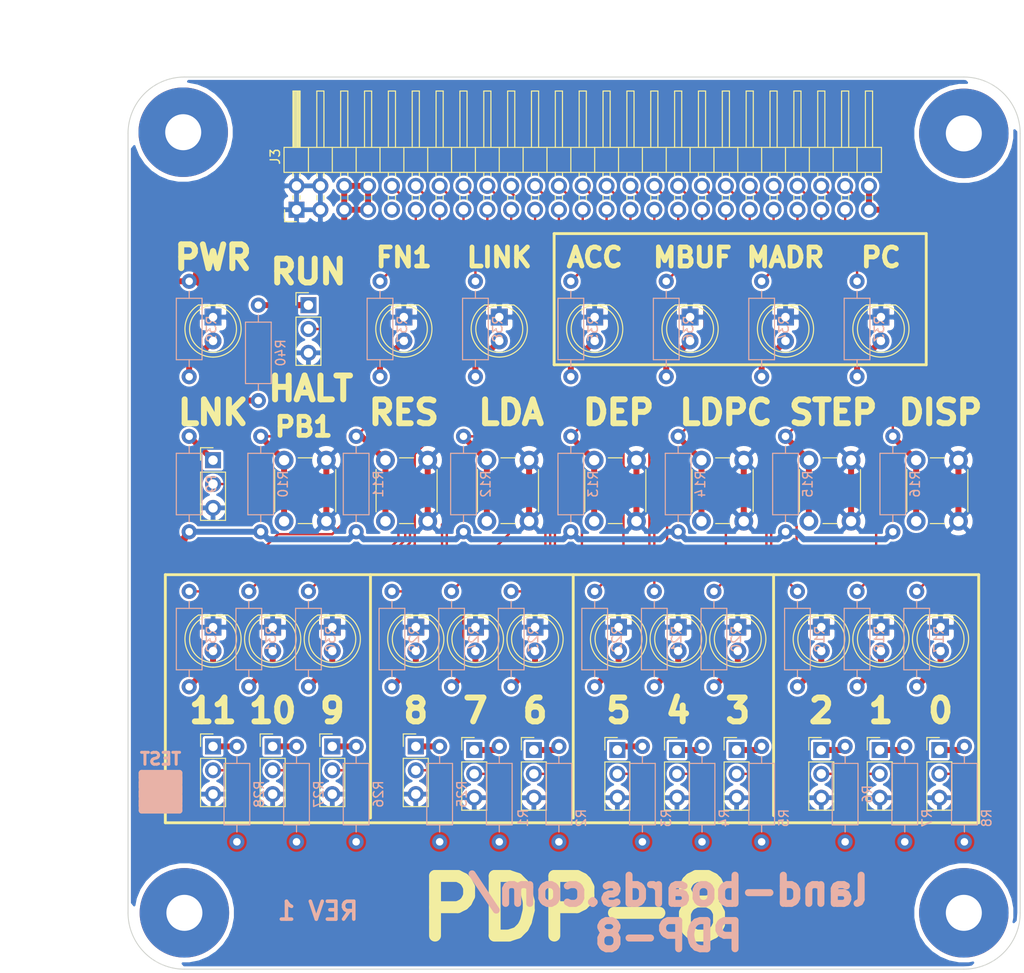
<source format=kicad_pcb>
(kicad_pcb (version 20171130) (host pcbnew "(5.1.5)-3")
  (title_block (title ESP32-VGA) (date 2020-02-19) (rev 2) (company land-boards.com))
  (layers (0 F.Cu signal) (31 B.Cu signal) (36 B.SilkS user) (37 F.SilkS user) (38 B.Mask user hide) (39 F.Mask user) (44 Edge.Cuts user))
  (net 0 "")
  (net 1 "Net-(D1-Pad2)")
  (net 2 "Net-(D2-Pad2)")
  (net 3 "Net-(D3-Pad2)")
  (net 4 "Net-(D4-Pad2)")
  (net 5 "Net-(D5-Pad2)")
  (net 6 "Net-(D6-Pad2)")
  (net 7 "Net-(D7-Pad2)")
  (net 8 "Net-(D8-Pad2)")
  (net 9 "Net-(R1-Pad2)")
  (net 10 "Net-(R2-Pad2)")
  (net 11 "Net-(R3-Pad2)")
  (net 12 "Net-(R4-Pad2)")
  (net 13 "Net-(R5-Pad2)")
  (net 14 "Net-(R6-Pad2)")
  (net 15 "Net-(R7-Pad2)")
  (net 16 "Net-(R8-Pad2)")
  (net 17 "Net-(D9-Pad2)")
  (net 18 "Net-(D10-Pad2)")
  (net 19 "Net-(D11-Pad2)")
  (net 20 "Net-(D12-Pad2)")
  (net 21 "Net-(R25-Pad2)")
  (net 22 "Net-(R26-Pad2)")
  (net 23 "Net-(R27-Pad2)")
  (net 24 "Net-(R28-Pad2)")
  (net 25 GND)
  (net 26 "Net-(D13-Pad2)")
  (net 27 "Net-(D14-Pad2)")
  (net 28 "Net-(D15-Pad2)")
  (net 29 "Net-(D16-Pad2)")
  (net 30 "Net-(D17-Pad2)")
  (net 31 "Net-(D18-Pad2)")
  (net 32 "Net-(D19-Pad2)")
  (net 33 +5V)
  (net 34 "Net-(R40-Pad2)")
  (net 35 "Net-(R9-Pad2)")
  (net 36 /SL0)
  (net 37 /SL1)
  (net 38 /SL2)
  (net 39 /SL3)
  (net 40 /SL4)
  (net 41 /SL5)
  (net 42 /SL6)
  (net 43 /SL7)
  (net 44 /SL11)
  (net 45 /SL10)
  (net 46 /SL9)
  (net 47 /SL8)
  (net 48 /DB0)
  (net 49 /DB1)
  (net 50 /DB2)
  (net 51 /DB3)
  (net 52 /DB4)
  (net 53 /DB5)
  (net 54 /DB6)
  (net 55 /DB7)
  (net 56 /DB8)
  (net 57 /DB9)
  (net 58 /DB10)
  (net 59 /DB11)
  (net 60 /DISP)
  (net 61 /STEP)
  (net 62 /LDPC)
  (net 63 /DEPOSIT)
  (net 64 /LOAD_ACC)
  (net 65 /RESET)
  (net 66 /LINK)
  (net 67 /SEL0)
  (net 68 /SEL1)
  (net 69 /SEL2)
  (net 70 /SEL3)
  (net 71 /FN2)
  (net 72 /FN1)
  (net 73 /RUN)
  (net 74 /PB1)
  (module Resistor_THT:R_Axial_DIN0207_L6.3mm_D2.5mm_P10.16mm_Horizontal (layer B.Cu) (at 77.47 91.44 90)
    (fp_text reference R5 (at 2.54 2.37 270) (layer B.SilkS) (effects (justify mirror)))
    (fp_text value 10K)
    (pad 2 thru_hole oval (at 10.16 0 90) (size 1.6 1.6) (drill 0.8) (layers *.Cu *.Mask) (net 13 "Net-(R5-Pad2)"))
    (pad 1 thru_hole circle (at 0 0 90) (size 1.6 1.6) (drill 0.8) (layers *.Cu *.Mask) (net 33 +5V))
  )
  (module LandBoards_MountHoles:MTG-6-32 (layer F.Cu) (at 15.875 15.875)
    (fp_text reference MTG1 hide)
    (fp_text value MTG_HOLE hide)
    (pad 1 thru_hole circle (at 0 0) (size 9.525 9.525) (drill 3.8354) (layers *.Cu *.Mask) (clearance 0.508))
  )
  (module LandBoards_MountHoles:MTG-6-32 (layer F.Cu) (at 99 99)
    (fp_text reference MTG2 hide)
    (fp_text value MTG_HOLE hide)
    (pad 1 thru_hole circle (at 0 0) (size 9.525 9.525) (drill 3.8354) (layers *.Cu *.Mask) (clearance 0.508))
  )
  (module LandBoards_MountHoles:MTG-6-32 (layer F.Cu) (at 16 99)
    (fp_text reference MTG3 hide)
    (fp_text value MTG_HOLE hide)
    (pad 1 thru_hole circle (at 0 0) (size 9.525 9.525) (drill 3.8354) (layers *.Cu *.Mask) (clearance 0.508))
  )
  (module LandBoards_MountHoles:MTG-6-32 (layer F.Cu) (at 99 16)
    (fp_text reference MTG?1 hide)
    (fp_text value MTG_HOLE hide)
    (pad 1 thru_hole circle (at 0 0) (size 9.525 9.525) (drill 3.8354) (layers *.Cu *.Mask) (clearance 0.508))
  )
  (module LandBoards_Marking:TEST_BLK-REAR (layer F.Cu) (at 13.462 86.106)
    (fp_text reference TEST (at 0 -3.5) (layer B.SilkS) (effects (font (size 1.27 1.27) (thickness 0.3175)) (justify mirror)))
    (fp_text value COUPON hide)
  )
  (module LED_THT:LED_D5.0mm (layer F.Cu) (at 96.52 68.58 270)
    (fp_text reference D1 hide)
    (fp_text value LED-fixed)
    (pad 2 thru_hole circle (at 2.54 0 270) (size 1.8 1.8) (drill 0.9) (layers *.Cu *.Mask) (net 1 "Net-(D1-Pad2)"))
    (pad 1 thru_hole rect (at 0 0 270) (size 1.8 1.8) (drill 0.9) (layers *.Cu *.Mask) (net 25 GND))
  )
  (module LED_THT:LED_D5.0mm (layer F.Cu) (at 90.17 68.58 270)
    (fp_text reference D2 hide)
    (fp_text value LED-fixed)
    (pad 1 thru_hole rect (at 0 0 270) (size 1.8 1.8) (drill 0.9) (layers *.Cu *.Mask) (net 25 GND))
    (pad 2 thru_hole circle (at 2.54 0 270) (size 1.8 1.8) (drill 0.9) (layers *.Cu *.Mask) (net 2 "Net-(D2-Pad2)"))
  )
  (module LED_THT:LED_D5.0mm (layer F.Cu) (at 83.82 68.58 270)
    (fp_text reference D3 hide)
    (fp_text value LED-fixed)
    (pad 1 thru_hole rect (at 0 0 270) (size 1.8 1.8) (drill 0.9) (layers *.Cu *.Mask) (net 25 GND))
    (pad 2 thru_hole circle (at 2.54 0 270) (size 1.8 1.8) (drill 0.9) (layers *.Cu *.Mask) (net 3 "Net-(D3-Pad2)"))
  )
  (module LED_THT:LED_D5.0mm (layer F.Cu) (at 74.93 68.58 270)
    (fp_text reference D4 hide)
    (fp_text value LED-fixed)
    (pad 2 thru_hole circle (at 2.54 0 270) (size 1.8 1.8) (drill 0.9) (layers *.Cu *.Mask) (net 4 "Net-(D4-Pad2)"))
    (pad 1 thru_hole rect (at 0 0 270) (size 1.8 1.8) (drill 0.9) (layers *.Cu *.Mask) (net 25 GND))
  )
  (module LED_THT:LED_D5.0mm (layer F.Cu) (at 68.58 68.58 270)
    (fp_text reference D5 hide)
    (fp_text value LED-fixed)
    (pad 1 thru_hole rect (at 0 0 270) (size 1.8 1.8) (drill 0.9) (layers *.Cu *.Mask) (net 25 GND))
    (pad 2 thru_hole circle (at 2.54 0 270) (size 1.8 1.8) (drill 0.9) (layers *.Cu *.Mask) (net 5 "Net-(D5-Pad2)"))
  )
  (module LED_THT:LED_D5.0mm (layer F.Cu) (at 62.23 68.58 270)
    (fp_text reference D6 hide)
    (fp_text value LED-fixed)
    (pad 2 thru_hole circle (at 2.54 0 270) (size 1.8 1.8) (drill 0.9) (layers *.Cu *.Mask) (net 6 "Net-(D6-Pad2)"))
    (pad 1 thru_hole rect (at 0 0 270) (size 1.8 1.8) (drill 0.9) (layers *.Cu *.Mask) (net 25 GND))
  )
  (module LED_THT:LED_D5.0mm (layer F.Cu) (at 53.34 68.58 270)
    (fp_text reference D7 hide)
    (fp_text value LED-fixed)
    (pad 1 thru_hole rect (at 0 0 270) (size 1.8 1.8) (drill 0.9) (layers *.Cu *.Mask) (net 25 GND))
    (pad 2 thru_hole circle (at 2.54 0 270) (size 1.8 1.8) (drill 0.9) (layers *.Cu *.Mask) (net 7 "Net-(D7-Pad2)"))
  )
  (module LED_THT:LED_D5.0mm (layer F.Cu) (at 46.99 68.58 270)
    (fp_text reference D8 hide)
    (fp_text value LED-fixed)
    (pad 2 thru_hole circle (at 2.54 0 270) (size 1.8 1.8) (drill 0.9) (layers *.Cu *.Mask) (net 8 "Net-(D8-Pad2)"))
    (pad 1 thru_hole rect (at 0 0 270) (size 1.8 1.8) (drill 0.9) (layers *.Cu *.Mask) (net 25 GND))
  )
  (module Resistor_THT:R_Axial_DIN0207_L6.3mm_D2.5mm_P10.16mm_Horizontal (layer B.Cu) (at 49.53 91.44 90)
    (fp_text reference R1 (at 2.54 2.54 270) (layer B.SilkS) (effects (justify mirror)))
    (fp_text value 10K)
    (pad 1 thru_hole circle (at 0 0 90) (size 1.6 1.6) (drill 0.8) (layers *.Cu *.Mask) (net 33 +5V))
    (pad 2 thru_hole oval (at 10.16 0 90) (size 1.6 1.6) (drill 0.8) (layers *.Cu *.Mask) (net 9 "Net-(R1-Pad2)"))
  )
  (module Resistor_THT:R_Axial_DIN0207_L6.3mm_D2.5mm_P10.16mm_Horizontal (layer B.Cu) (at 55.88 91.44 90)
    (fp_text reference R2 (at 2.54 2.37 270) (layer B.SilkS) (effects (justify mirror)))
    (fp_text value 10K)
    (pad 1 thru_hole circle (at 0 0 90) (size 1.6 1.6) (drill 0.8) (layers *.Cu *.Mask) (net 33 +5V))
    (pad 2 thru_hole oval (at 10.16 0 90) (size 1.6 1.6) (drill 0.8) (layers *.Cu *.Mask) (net 10 "Net-(R2-Pad2)"))
  )
  (module Resistor_THT:R_Axial_DIN0207_L6.3mm_D2.5mm_P10.16mm_Horizontal (layer B.Cu) (at 64.77 91.44 90)
    (fp_text reference R3 (at 2.54 2.54 270) (layer B.SilkS) (effects (justify mirror)))
    (fp_text value 10K)
    (pad 2 thru_hole oval (at 10.16 0 90) (size 1.6 1.6) (drill 0.8) (layers *.Cu *.Mask) (net 11 "Net-(R3-Pad2)"))
    (pad 1 thru_hole circle (at 0 0 90) (size 1.6 1.6) (drill 0.8) (layers *.Cu *.Mask) (net 33 +5V))
  )
  (module Resistor_THT:R_Axial_DIN0207_L6.3mm_D2.5mm_P10.16mm_Horizontal (layer B.Cu) (at 71.12 91.44 90)
    (fp_text reference R4 (at 2.54 2.37 270) (layer B.SilkS) (effects (justify mirror)))
    (fp_text value 10K)
    (pad 1 thru_hole circle (at 0 0 90) (size 1.6 1.6) (drill 0.8) (layers *.Cu *.Mask) (net 33 +5V))
    (pad 2 thru_hole oval (at 10.16 0 90) (size 1.6 1.6) (drill 0.8) (layers *.Cu *.Mask) (net 12 "Net-(R4-Pad2)"))
  )
  (module Resistor_THT:R_Axial_DIN0207_L6.3mm_D2.5mm_P10.16mm_Horizontal (layer B.Cu) (at 86.36 91.44 90)
    (fp_text reference R6 (at 5.08 2.37 270) (layer B.SilkS) (effects (justify mirror)))
    (fp_text value 10K)
    (pad 2 thru_hole oval (at 10.16 0 90) (size 1.6 1.6) (drill 0.8) (layers *.Cu *.Mask) (net 14 "Net-(R6-Pad2)"))
    (pad 1 thru_hole circle (at 0 0 90) (size 1.6 1.6) (drill 0.8) (layers *.Cu *.Mask) (net 33 +5V))
  )
  (module Resistor_THT:R_Axial_DIN0207_L6.3mm_D2.5mm_P10.16mm_Horizontal (layer B.Cu) (at 92.71 91.44 90)
    (fp_text reference R7 (at 2.54 2.37 270) (layer B.SilkS) (effects (justify mirror)))
    (fp_text value 10K)
    (pad 1 thru_hole circle (at 0 0 90) (size 1.6 1.6) (drill 0.8) (layers *.Cu *.Mask) (net 33 +5V))
    (pad 2 thru_hole oval (at 10.16 0 90) (size 1.6 1.6) (drill 0.8) (layers *.Cu *.Mask) (net 15 "Net-(R7-Pad2)"))
  )
  (module Resistor_THT:R_Axial_DIN0207_L6.3mm_D2.5mm_P10.16mm_Horizontal (layer B.Cu) (at 99.06 91.44 90)
    (fp_text reference R8 (at 2.54 2.37 270) (layer B.SilkS) (effects (justify mirror)))
    (fp_text value 10K)
    (pad 2 thru_hole oval (at 10.16 0 90) (size 1.6 1.6) (drill 0.8) (layers *.Cu *.Mask) (net 16 "Net-(R8-Pad2)"))
    (pad 1 thru_hole circle (at 0 0 90) (size 1.6 1.6) (drill 0.8) (layers *.Cu *.Mask) (net 33 +5V))
  )
  (module Resistor_THT:R_Axial_DIN0207_L6.3mm_D2.5mm_P10.16mm_Horizontal (layer B.Cu) (at 24.13 58.42 90)
    (fp_text reference R10 (at 5.08 2.37 270) (layer B.SilkS) (effects (justify mirror)))
    (fp_text value 10K)
    (pad 2 thru_hole oval (at 10.16 0 90) (size 1.6 1.6) (drill 0.8) (layers *.Cu *.Mask) (net 74 /PB1))
    (pad 1 thru_hole circle (at 0 0 90) (size 1.6 1.6) (drill 0.8) (layers *.Cu *.Mask) (net 33 +5V))
  )
  (module Resistor_THT:R_Axial_DIN0207_L6.3mm_D2.5mm_P10.16mm_Horizontal (layer B.Cu) (at 34.29 58.42 90)
    (fp_text reference R11 (at 5.08 2.37 270) (layer B.SilkS) (effects (justify mirror)))
    (fp_text value 10K)
    (pad 1 thru_hole circle (at 0 0 90) (size 1.6 1.6) (drill 0.8) (layers *.Cu *.Mask) (net 33 +5V))
    (pad 2 thru_hole oval (at 10.16 0 90) (size 1.6 1.6) (drill 0.8) (layers *.Cu *.Mask) (net 65 /RESET))
  )
  (module Resistor_THT:R_Axial_DIN0207_L6.3mm_D2.5mm_P10.16mm_Horizontal (layer B.Cu) (at 45.72 58.42 90)
    (fp_text reference R12 (at 5.08 2.37 270) (layer B.SilkS) (effects (justify mirror)))
    (fp_text value 10K)
    (pad 2 thru_hole oval (at 10.16 0 90) (size 1.6 1.6) (drill 0.8) (layers *.Cu *.Mask) (net 64 /LOAD_ACC))
    (pad 1 thru_hole circle (at 0 0 90) (size 1.6 1.6) (drill 0.8) (layers *.Cu *.Mask) (net 33 +5V))
  )
  (module Resistor_THT:R_Axial_DIN0207_L6.3mm_D2.5mm_P10.16mm_Horizontal (layer B.Cu) (at 57.15 58.42 90)
    (fp_text reference R13 (at 5.08 2.37 270) (layer B.SilkS) (effects (justify mirror)))
    (fp_text value 10K)
    (pad 1 thru_hole circle (at 0 0 90) (size 1.6 1.6) (drill 0.8) (layers *.Cu *.Mask) (net 33 +5V))
    (pad 2 thru_hole oval (at 10.16 0 90) (size 1.6 1.6) (drill 0.8) (layers *.Cu *.Mask) (net 63 /DEPOSIT))
  )
  (module Resistor_THT:R_Axial_DIN0207_L6.3mm_D2.5mm_P10.16mm_Horizontal (layer B.Cu) (at 68.58 58.42 90)
    (fp_text reference R14 (at 5.08 2.37 270) (layer B.SilkS) (effects (justify mirror)))
    (fp_text value 10K)
    (pad 2 thru_hole oval (at 10.16 0 90) (size 1.6 1.6) (drill 0.8) (layers *.Cu *.Mask) (net 62 /LDPC))
    (pad 1 thru_hole circle (at 0 0 90) (size 1.6 1.6) (drill 0.8) (layers *.Cu *.Mask) (net 33 +5V))
  )
  (module Resistor_THT:R_Axial_DIN0207_L6.3mm_D2.5mm_P10.16mm_Horizontal (layer B.Cu) (at 80.01 58.42 90)
    (fp_text reference R15 (at 5.08 2.37 270) (layer B.SilkS) (effects (justify mirror)))
    (fp_text value 10K)
    (pad 1 thru_hole circle (at 0 0 90) (size 1.6 1.6) (drill 0.8) (layers *.Cu *.Mask) (net 33 +5V))
    (pad 2 thru_hole oval (at 10.16 0 90) (size 1.6 1.6) (drill 0.8) (layers *.Cu *.Mask) (net 61 /STEP))
  )
  (module Resistor_THT:R_Axial_DIN0207_L6.3mm_D2.5mm_P10.16mm_Horizontal (layer B.Cu) (at 91.44 58.42 90)
    (fp_text reference R16 (at 5.08 2.37 270) (layer B.SilkS) (effects (justify mirror)))
    (fp_text value 10K)
    (pad 2 thru_hole oval (at 10.16 0 90) (size 1.6 1.6) (drill 0.8) (layers *.Cu *.Mask) (net 60 /DISP))
    (pad 1 thru_hole circle (at 0 0 90) (size 1.6 1.6) (drill 0.8) (layers *.Cu *.Mask) (net 33 +5V))
  )
  (module Resistor_THT:R_Axial_DIN0207_L6.3mm_D2.5mm_P10.16mm_Horizontal (layer B.Cu) (at 93.98 74.93 90)
    (fp_text reference R17 (at 5.08 2.37 270) (layer B.SilkS) (effects (justify mirror)))
    (fp_text value 560)
    (pad 1 thru_hole circle (at 0 0 90) (size 1.6 1.6) (drill 0.8) (layers *.Cu *.Mask) (net 1 "Net-(D1-Pad2)"))
    (pad 2 thru_hole oval (at 10.16 0 90) (size 1.6 1.6) (drill 0.8) (layers *.Cu *.Mask) (net 48 /DB0))
  )
  (module Resistor_THT:R_Axial_DIN0207_L6.3mm_D2.5mm_P10.16mm_Horizontal (layer B.Cu) (at 87.63 74.93 90)
    (fp_text reference R18 (at 5.08 2.37 270) (layer B.SilkS) (effects (justify mirror)))
    (fp_text value 560)
    (pad 2 thru_hole oval (at 10.16 0 90) (size 1.6 1.6) (drill 0.8) (layers *.Cu *.Mask) (net 49 /DB1))
    (pad 1 thru_hole circle (at 0 0 90) (size 1.6 1.6) (drill 0.8) (layers *.Cu *.Mask) (net 2 "Net-(D2-Pad2)"))
  )
  (module Resistor_THT:R_Axial_DIN0207_L6.3mm_D2.5mm_P10.16mm_Horizontal (layer B.Cu) (at 81.28 74.93 90)
    (fp_text reference R19 (at 5.08 2.37 270) (layer B.SilkS) (effects (justify mirror)))
    (fp_text value 560)
    (pad 1 thru_hole circle (at 0 0 90) (size 1.6 1.6) (drill 0.8) (layers *.Cu *.Mask) (net 3 "Net-(D3-Pad2)"))
    (pad 2 thru_hole oval (at 10.16 0 90) (size 1.6 1.6) (drill 0.8) (layers *.Cu *.Mask) (net 50 /DB2))
  )
  (module Resistor_THT:R_Axial_DIN0207_L6.3mm_D2.5mm_P10.16mm_Horizontal (layer B.Cu) (at 72.39 74.93 90)
    (fp_text reference R20 (at 5.08 2.37 270) (layer B.SilkS) (effects (justify mirror)))
    (fp_text value 560)
    (pad 2 thru_hole oval (at 10.16 0 90) (size 1.6 1.6) (drill 0.8) (layers *.Cu *.Mask) (net 51 /DB3))
    (pad 1 thru_hole circle (at 0 0 90) (size 1.6 1.6) (drill 0.8) (layers *.Cu *.Mask) (net 4 "Net-(D4-Pad2)"))
  )
  (module Resistor_THT:R_Axial_DIN0207_L6.3mm_D2.5mm_P10.16mm_Horizontal (layer B.Cu) (at 66.04 74.93 90)
    (fp_text reference R21 (at 5.08 2.37 270) (layer B.SilkS) (effects (justify mirror)))
    (fp_text value 560)
    (pad 1 thru_hole circle (at 0 0 90) (size 1.6 1.6) (drill 0.8) (layers *.Cu *.Mask) (net 5 "Net-(D5-Pad2)"))
    (pad 2 thru_hole oval (at 10.16 0 90) (size 1.6 1.6) (drill 0.8) (layers *.Cu *.Mask) (net 52 /DB4))
  )
  (module Resistor_THT:R_Axial_DIN0207_L6.3mm_D2.5mm_P10.16mm_Horizontal (layer B.Cu) (at 59.69 74.93 90)
    (fp_text reference R22 (at 5.08 2.37 270) (layer B.SilkS) (effects (justify mirror)))
    (fp_text value 560)
    (pad 2 thru_hole oval (at 10.16 0 90) (size 1.6 1.6) (drill 0.8) (layers *.Cu *.Mask) (net 53 /DB5))
    (pad 1 thru_hole circle (at 0 0 90) (size 1.6 1.6) (drill 0.8) (layers *.Cu *.Mask) (net 6 "Net-(D6-Pad2)"))
  )
  (module Resistor_THT:R_Axial_DIN0207_L6.3mm_D2.5mm_P10.16mm_Horizontal (layer B.Cu) (at 50.8 74.93 90)
    (fp_text reference R23 (at 5.08 2.37 270) (layer B.SilkS) (effects (justify mirror)))
    (fp_text value 560)
    (pad 1 thru_hole circle (at 0 0 90) (size 1.6 1.6) (drill 0.8) (layers *.Cu *.Mask) (net 7 "Net-(D7-Pad2)"))
    (pad 2 thru_hole oval (at 10.16 0 90) (size 1.6 1.6) (drill 0.8) (layers *.Cu *.Mask) (net 54 /DB6))
  )
  (module Resistor_THT:R_Axial_DIN0207_L6.3mm_D2.5mm_P10.16mm_Horizontal (layer B.Cu) (at 44.45 74.93 90)
    (fp_text reference R24 (at 5.08 2.37 270) (layer B.SilkS) (effects (justify mirror)))
    (fp_text value 560)
    (pad 2 thru_hole oval (at 10.16 0 90) (size 1.6 1.6) (drill 0.8) (layers *.Cu *.Mask) (net 55 /DB7))
    (pad 1 thru_hole circle (at 0 0 90) (size 1.6 1.6) (drill 0.8) (layers *.Cu *.Mask) (net 8 "Net-(D8-Pad2)"))
  )
  (module Connector_PinHeader_2.54mm:PinHeader_1x03_P2.54mm_Vertical (layer F.Cu) (at 46.863 81.661)
    (fp_text reference SW1 hide)
    (fp_text value SW_SPDT)
    (pad 3 thru_hole oval (at 0 5.08) (size 1.7 1.7) (drill 1) (layers *.Cu *.Mask) (net 25 GND))
    (pad 2 thru_hole oval (at 0 2.54) (size 1.7 1.7) (drill 1) (layers *.Cu *.Mask) (net 43 /SL7))
    (pad 1 thru_hole rect (at 0 0) (size 1.7 1.7) (drill 1) (layers *.Cu *.Mask) (net 9 "Net-(R1-Pad2)"))
  )
  (module Connector_PinHeader_2.54mm:PinHeader_1x03_P2.54mm_Vertical (layer F.Cu) (at 53.213 81.661)
    (fp_text reference SW2 hide)
    (fp_text value SW_SPDT)
    (pad 1 thru_hole rect (at 0 0) (size 1.7 1.7) (drill 1) (layers *.Cu *.Mask) (net 10 "Net-(R2-Pad2)"))
    (pad 2 thru_hole oval (at 0 2.54) (size 1.7 1.7) (drill 1) (layers *.Cu *.Mask) (net 42 /SL6))
    (pad 3 thru_hole oval (at 0 5.08) (size 1.7 1.7) (drill 1) (layers *.Cu *.Mask) (net 25 GND))
  )
  (module Connector_PinHeader_2.54mm:PinHeader_1x03_P2.54mm_Vertical (layer F.Cu) (at 62.103 81.661)
    (fp_text reference SW3 hide)
    (fp_text value SW_SPDT)
    (pad 3 thru_hole oval (at 0 5.08) (size 1.7 1.7) (drill 1) (layers *.Cu *.Mask) (net 25 GND))
    (pad 2 thru_hole oval (at 0 2.54) (size 1.7 1.7) (drill 1) (layers *.Cu *.Mask) (net 41 /SL5))
    (pad 1 thru_hole rect (at 0 0) (size 1.7 1.7) (drill 1) (layers *.Cu *.Mask) (net 11 "Net-(R3-Pad2)"))
  )
  (module Connector_PinHeader_2.54mm:PinHeader_1x03_P2.54mm_Vertical (layer F.Cu) (at 68.453 81.661)
    (fp_text reference SW4 hide)
    (fp_text value SW_SPDT)
    (pad 1 thru_hole rect (at 0 0) (size 1.7 1.7) (drill 1) (layers *.Cu *.Mask) (net 12 "Net-(R4-Pad2)"))
    (pad 2 thru_hole oval (at 0 2.54) (size 1.7 1.7) (drill 1) (layers *.Cu *.Mask) (net 40 /SL4))
    (pad 3 thru_hole oval (at 0 5.08) (size 1.7 1.7) (drill 1) (layers *.Cu *.Mask) (net 25 GND))
  )
  (module Connector_PinHeader_2.54mm:PinHeader_1x03_P2.54mm_Vertical (layer F.Cu) (at 74.803 81.661)
    (fp_text reference SW5 hide)
    (fp_text value SW_SPDT)
    (pad 3 thru_hole oval (at 0 5.08) (size 1.7 1.7) (drill 1) (layers *.Cu *.Mask) (net 25 GND))
    (pad 2 thru_hole oval (at 0 2.54) (size 1.7 1.7) (drill 1) (layers *.Cu *.Mask) (net 39 /SL3))
    (pad 1 thru_hole rect (at 0 0) (size 1.7 1.7) (drill 1) (layers *.Cu *.Mask) (net 13 "Net-(R5-Pad2)"))
  )
  (module Connector_PinHeader_2.54mm:PinHeader_1x03_P2.54mm_Vertical (layer F.Cu) (at 83.82 81.661)
    (fp_text reference SW6 hide)
    (fp_text value SW_SPDT)
    (pad 1 thru_hole rect (at 0 0) (size 1.7 1.7) (drill 1) (layers *.Cu *.Mask) (net 14 "Net-(R6-Pad2)"))
    (pad 2 thru_hole oval (at 0 2.54) (size 1.7 1.7) (drill 1) (layers *.Cu *.Mask) (net 38 /SL2))
    (pad 3 thru_hole oval (at 0 5.08) (size 1.7 1.7) (drill 1) (layers *.Cu *.Mask) (net 25 GND))
  )
  (module Connector_PinHeader_2.54mm:PinHeader_1x03_P2.54mm_Vertical (layer F.Cu) (at 90.043 81.661)
    (fp_text reference SW7 hide)
    (fp_text value SW_SPDT)
    (pad 3 thru_hole oval (at 0 5.08) (size 1.7 1.7) (drill 1) (layers *.Cu *.Mask) (net 25 GND))
    (pad 2 thru_hole oval (at 0 2.54) (size 1.7 1.7) (drill 1) (layers *.Cu *.Mask) (net 37 /SL1))
    (pad 1 thru_hole rect (at 0 0) (size 1.7 1.7) (drill 1) (layers *.Cu *.Mask) (net 15 "Net-(R7-Pad2)"))
  )
  (module Connector_PinHeader_2.54mm:PinHeader_1x03_P2.54mm_Vertical (layer F.Cu) (at 96.393 81.661)
    (fp_text reference SW8 hide)
    (fp_text value SW_SPDT)
    (pad 1 thru_hole rect (at 0 0) (size 1.7 1.7) (drill 1) (layers *.Cu *.Mask) (net 16 "Net-(R8-Pad2)"))
    (pad 2 thru_hole oval (at 0 2.54) (size 1.7 1.7) (drill 1) (layers *.Cu *.Mask) (net 36 /SL0))
    (pad 3 thru_hole oval (at 0 5.08) (size 1.7 1.7) (drill 1) (layers *.Cu *.Mask) (net 25 GND))
  )
  (module Button_Switch_THT:SW_PUSH_6mm_H8.5mm (layer F.Cu) (at 31.115 50.8 270)
    (fp_text reference SW10 hide)
    (fp_text value SW_Push)
    (pad 1 thru_hole circle (at 6.5 0) (size 2 2) (drill 1.1) (layers *.Cu *.Mask) (net 25 GND))
    (pad 2 thru_hole circle (at 6.5 4.5) (size 2 2) (drill 1.1) (layers *.Cu *.Mask) (net 74 /PB1))
    (pad 1 thru_hole circle (at 0 0) (size 2 2) (drill 1.1) (layers *.Cu *.Mask) (net 25 GND))
    (pad 2 thru_hole circle (at 0 4.5) (size 2 2) (drill 1.1) (layers *.Cu *.Mask) (net 74 /PB1))
  )
  (module Button_Switch_THT:SW_PUSH_6mm_H8.5mm (layer F.Cu) (at 41.91 50.8 270)
    (fp_text reference SW11 hide)
    (fp_text value SW_Push)
    (pad 2 thru_hole circle (at 0 4.5) (size 2 2) (drill 1.1) (layers *.Cu *.Mask) (net 65 /RESET))
    (pad 1 thru_hole circle (at 0 0) (size 2 2) (drill 1.1) (layers *.Cu *.Mask) (net 25 GND))
    (pad 2 thru_hole circle (at 6.5 4.5) (size 2 2) (drill 1.1) (layers *.Cu *.Mask) (net 65 /RESET))
    (pad 1 thru_hole circle (at 6.5 0) (size 2 2) (drill 1.1) (layers *.Cu *.Mask) (net 25 GND))
  )
  (module Button_Switch_THT:SW_PUSH_6mm_H8.5mm (layer F.Cu) (at 52.705 50.8 270)
    (fp_text reference SW12 hide)
    (fp_text value SW_Push)
    (pad 1 thru_hole circle (at 6.5 0) (size 2 2) (drill 1.1) (layers *.Cu *.Mask) (net 25 GND))
    (pad 2 thru_hole circle (at 6.5 4.5) (size 2 2) (drill 1.1) (layers *.Cu *.Mask) (net 64 /LOAD_ACC))
    (pad 1 thru_hole circle (at 0 0) (size 2 2) (drill 1.1) (layers *.Cu *.Mask) (net 25 GND))
    (pad 2 thru_hole circle (at 0 4.5) (size 2 2) (drill 1.1) (layers *.Cu *.Mask) (net 64 /LOAD_ACC))
  )
  (module Button_Switch_THT:SW_PUSH_6mm_H8.5mm (layer F.Cu) (at 64.135 50.8 270)
    (fp_text reference SW13 hide)
    (fp_text value SW_Push)
    (pad 2 thru_hole circle (at 0 4.5) (size 2 2) (drill 1.1) (layers *.Cu *.Mask) (net 63 /DEPOSIT))
    (pad 1 thru_hole circle (at 0 0) (size 2 2) (drill 1.1) (layers *.Cu *.Mask) (net 25 GND))
    (pad 2 thru_hole circle (at 6.5 4.5) (size 2 2) (drill 1.1) (layers *.Cu *.Mask) (net 63 /DEPOSIT))
    (pad 1 thru_hole circle (at 6.5 0) (size 2 2) (drill 1.1) (layers *.Cu *.Mask) (net 25 GND))
  )
  (module Button_Switch_THT:SW_PUSH_6mm_H8.5mm (layer F.Cu) (at 75.565 50.8 270)
    (fp_text reference SW14 hide)
    (fp_text value SW_Push)
    (pad 1 thru_hole circle (at 6.5 0) (size 2 2) (drill 1.1) (layers *.Cu *.Mask) (net 25 GND))
    (pad 2 thru_hole circle (at 6.5 4.5) (size 2 2) (drill 1.1) (layers *.Cu *.Mask) (net 62 /LDPC))
    (pad 1 thru_hole circle (at 0 0) (size 2 2) (drill 1.1) (layers *.Cu *.Mask) (net 25 GND))
    (pad 2 thru_hole circle (at 0 4.5) (size 2 2) (drill 1.1) (layers *.Cu *.Mask) (net 62 /LDPC))
  )
  (module Button_Switch_THT:SW_PUSH_6mm_H8.5mm (layer F.Cu) (at 86.995 50.8 270)
    (fp_text reference SW15 hide)
    (fp_text value SW_Push)
    (pad 2 thru_hole circle (at 0 4.5) (size 2 2) (drill 1.1) (layers *.Cu *.Mask) (net 61 /STEP))
    (pad 1 thru_hole circle (at 0 0) (size 2 2) (drill 1.1) (layers *.Cu *.Mask) (net 25 GND))
    (pad 2 thru_hole circle (at 6.5 4.5) (size 2 2) (drill 1.1) (layers *.Cu *.Mask) (net 61 /STEP))
    (pad 1 thru_hole circle (at 6.5 0) (size 2 2) (drill 1.1) (layers *.Cu *.Mask) (net 25 GND))
  )
  (module Button_Switch_THT:SW_PUSH_6mm_H8.5mm (layer F.Cu) (at 98.425 50.8 270)
    (fp_text reference SW16 hide)
    (fp_text value SW_Push)
    (pad 1 thru_hole circle (at 6.5 0) (size 2 2) (drill 1.1) (layers *.Cu *.Mask) (net 25 GND))
    (pad 2 thru_hole circle (at 6.5 4.5) (size 2 2) (drill 1.1) (layers *.Cu *.Mask) (net 60 /DISP))
    (pad 1 thru_hole circle (at 0 0) (size 2 2) (drill 1.1) (layers *.Cu *.Mask) (net 25 GND))
    (pad 2 thru_hole circle (at 0 4.5) (size 2 2) (drill 1.1) (layers *.Cu *.Mask) (net 60 /DISP))
  )
  (module LED_THT:LED_D5.0mm (layer F.Cu) (at 40.64 68.58 270)
    (fp_text reference D9 hide)
    (fp_text value LED-fixed)
    (pad 1 thru_hole rect (at 0 0 270) (size 1.8 1.8) (drill 0.9) (layers *.Cu *.Mask) (net 25 GND))
    (pad 2 thru_hole circle (at 2.54 0 270) (size 1.8 1.8) (drill 0.9) (layers *.Cu *.Mask) (net 17 "Net-(D9-Pad2)"))
  )
  (module LED_THT:LED_D5.0mm (layer F.Cu) (at 31.75 68.58 270)
    (fp_text reference D10 hide)
    (fp_text value LED-fixed)
    (pad 2 thru_hole circle (at 2.54 0 270) (size 1.8 1.8) (drill 0.9) (layers *.Cu *.Mask) (net 18 "Net-(D10-Pad2)"))
    (pad 1 thru_hole rect (at 0 0 270) (size 1.8 1.8) (drill 0.9) (layers *.Cu *.Mask) (net 25 GND))
  )
  (module LED_THT:LED_D5.0mm (layer F.Cu) (at 25.4 68.58 270)
    (fp_text reference D11 hide)
    (fp_text value LED-fixed)
    (pad 1 thru_hole rect (at 0 0 270) (size 1.8 1.8) (drill 0.9) (layers *.Cu *.Mask) (net 25 GND))
    (pad 2 thru_hole circle (at 2.54 0 270) (size 1.8 1.8) (drill 0.9) (layers *.Cu *.Mask) (net 19 "Net-(D11-Pad2)"))
  )
  (module LED_THT:LED_D5.0mm (layer F.Cu) (at 19.05 68.58 270)
    (fp_text reference D12 hide)
    (fp_text value LED-fixed)
    (pad 2 thru_hole circle (at 2.54 0 270) (size 1.8 1.8) (drill 0.9) (layers *.Cu *.Mask) (net 20 "Net-(D12-Pad2)"))
    (pad 1 thru_hole rect (at 0 0 270) (size 1.8 1.8) (drill 0.9) (layers *.Cu *.Mask) (net 25 GND))
  )
  (module Resistor_THT:R_Axial_DIN0207_L6.3mm_D2.5mm_P10.16mm_Horizontal (layer B.Cu) (at 43.18 91.44 90)
    (fp_text reference R25 (at 5.08 2.37 270) (layer B.SilkS) (effects (justify mirror)))
    (fp_text value 10K)
    (pad 1 thru_hole circle (at 0 0 90) (size 1.6 1.6) (drill 0.8) (layers *.Cu *.Mask) (net 33 +5V))
    (pad 2 thru_hole oval (at 10.16 0 90) (size 1.6 1.6) (drill 0.8) (layers *.Cu *.Mask) (net 21 "Net-(R25-Pad2)"))
  )
  (module Resistor_THT:R_Axial_DIN0207_L6.3mm_D2.5mm_P10.16mm_Horizontal (layer B.Cu) (at 34.29 91.44 90)
    (fp_text reference R26 (at 5.08 2.37 270) (layer B.SilkS) (effects (justify mirror)))
    (fp_text value 10K)
    (pad 2 thru_hole oval (at 10.16 0 90) (size 1.6 1.6) (drill 0.8) (layers *.Cu *.Mask) (net 22 "Net-(R26-Pad2)"))
    (pad 1 thru_hole circle (at 0 0 90) (size 1.6 1.6) (drill 0.8) (layers *.Cu *.Mask) (net 33 +5V))
  )
  (module Resistor_THT:R_Axial_DIN0207_L6.3mm_D2.5mm_P10.16mm_Horizontal (layer B.Cu) (at 27.94 91.44 90)
    (fp_text reference R27 (at 5.08 2.37 270) (layer B.SilkS) (effects (justify mirror)))
    (fp_text value 10K)
    (pad 1 thru_hole circle (at 0 0 90) (size 1.6 1.6) (drill 0.8) (layers *.Cu *.Mask) (net 33 +5V))
    (pad 2 thru_hole oval (at 10.16 0 90) (size 1.6 1.6) (drill 0.8) (layers *.Cu *.Mask) (net 23 "Net-(R27-Pad2)"))
  )
  (module Resistor_THT:R_Axial_DIN0207_L6.3mm_D2.5mm_P10.16mm_Horizontal (layer B.Cu) (at 21.59 91.44 90)
    (fp_text reference R28 (at 5.08 2.37 270) (layer B.SilkS) (effects (justify mirror)))
    (fp_text value 10K)
    (pad 2 thru_hole oval (at 10.16 0 90) (size 1.6 1.6) (drill 0.8) (layers *.Cu *.Mask) (net 24 "Net-(R28-Pad2)"))
    (pad 1 thru_hole circle (at 0 0 90) (size 1.6 1.6) (drill 0.8) (layers *.Cu *.Mask) (net 33 +5V))
  )
  (module Resistor_THT:R_Axial_DIN0207_L6.3mm_D2.5mm_P10.16mm_Horizontal (layer B.Cu) (at 38.1 74.93 90)
    (fp_text reference R29 (at 5.08 2.37 270) (layer B.SilkS) (effects (justify mirror)))
    (fp_text value 560)
    (pad 1 thru_hole circle (at 0 0 90) (size 1.6 1.6) (drill 0.8) (layers *.Cu *.Mask) (net 17 "Net-(D9-Pad2)"))
    (pad 2 thru_hole oval (at 10.16 0 90) (size 1.6 1.6) (drill 0.8) (layers *.Cu *.Mask) (net 56 /DB8))
  )
  (module Resistor_THT:R_Axial_DIN0207_L6.3mm_D2.5mm_P10.16mm_Horizontal (layer B.Cu) (at 29.21 74.93 90)
    (fp_text reference R30 (at 5.08 2.37 270) (layer B.SilkS) (effects (justify mirror)))
    (fp_text value 560)
    (pad 2 thru_hole oval (at 10.16 0 90) (size 1.6 1.6) (drill 0.8) (layers *.Cu *.Mask) (net 57 /DB9))
    (pad 1 thru_hole circle (at 0 0 90) (size 1.6 1.6) (drill 0.8) (layers *.Cu *.Mask) (net 18 "Net-(D10-Pad2)"))
  )
  (module Resistor_THT:R_Axial_DIN0207_L6.3mm_D2.5mm_P10.16mm_Horizontal (layer B.Cu) (at 22.86 74.93 90)
    (fp_text reference R31 (at 5.08 2.37 270) (layer B.SilkS) (effects (justify mirror)))
    (fp_text value 560)
    (pad 1 thru_hole circle (at 0 0 90) (size 1.6 1.6) (drill 0.8) (layers *.Cu *.Mask) (net 19 "Net-(D11-Pad2)"))
    (pad 2 thru_hole oval (at 10.16 0 90) (size 1.6 1.6) (drill 0.8) (layers *.Cu *.Mask) (net 58 /DB10))
  )
  (module Resistor_THT:R_Axial_DIN0207_L6.3mm_D2.5mm_P10.16mm_Horizontal (layer B.Cu) (at 16.51 74.93 90)
    (fp_text reference R32 (at 5.08 2.37 270) (layer B.SilkS) (effects (justify mirror)))
    (fp_text value 560)
    (pad 2 thru_hole oval (at 10.16 0 90) (size 1.6 1.6) (drill 0.8) (layers *.Cu *.Mask) (net 59 /DB11))
    (pad 1 thru_hole circle (at 0 0 90) (size 1.6 1.6) (drill 0.8) (layers *.Cu *.Mask) (net 20 "Net-(D12-Pad2)"))
  )
  (module Connector_PinHeader_2.54mm:PinHeader_1x03_P2.54mm_Vertical (layer F.Cu) (at 40.64 81.28)
    (fp_text reference SW17 hide)
    (fp_text value SW_SPDT)
    (pad 3 thru_hole oval (at 0 5.08) (size 1.7 1.7) (drill 1) (layers *.Cu *.Mask) (net 25 GND))
    (pad 2 thru_hole oval (at 0 2.54) (size 1.7 1.7) (drill 1) (layers *.Cu *.Mask) (net 47 /SL8))
    (pad 1 thru_hole rect (at 0 0) (size 1.7 1.7) (drill 1) (layers *.Cu *.Mask) (net 21 "Net-(R25-Pad2)"))
  )
  (module Connector_PinHeader_2.54mm:PinHeader_1x03_P2.54mm_Vertical (layer F.Cu) (at 31.75 81.28)
    (fp_text reference SW18 hide)
    (fp_text value SW_SPDT)
    (pad 1 thru_hole rect (at 0 0) (size 1.7 1.7) (drill 1) (layers *.Cu *.Mask) (net 22 "Net-(R26-Pad2)"))
    (pad 2 thru_hole oval (at 0 2.54) (size 1.7 1.7) (drill 1) (layers *.Cu *.Mask) (net 46 /SL9))
    (pad 3 thru_hole oval (at 0 5.08) (size 1.7 1.7) (drill 1) (layers *.Cu *.Mask) (net 25 GND))
  )
  (module Connector_PinHeader_2.54mm:PinHeader_1x03_P2.54mm_Vertical (layer F.Cu) (at 25.4 81.28)
    (fp_text reference SW19 hide)
    (fp_text value SW_SPDT)
    (pad 3 thru_hole oval (at 0 5.08) (size 1.7 1.7) (drill 1) (layers *.Cu *.Mask) (net 25 GND))
    (pad 2 thru_hole oval (at 0 2.54) (size 1.7 1.7) (drill 1) (layers *.Cu *.Mask) (net 45 /SL10))
    (pad 1 thru_hole rect (at 0 0) (size 1.7 1.7) (drill 1) (layers *.Cu *.Mask) (net 23 "Net-(R27-Pad2)"))
  )
  (module Connector_PinHeader_2.54mm:PinHeader_1x03_P2.54mm_Vertical (layer F.Cu) (at 19.05 81.28)
    (fp_text reference SW20 hide)
    (fp_text value SW_SPDT)
    (pad 1 thru_hole rect (at 0 0) (size 1.7 1.7) (drill 1) (layers *.Cu *.Mask) (net 24 "Net-(R28-Pad2)"))
    (pad 2 thru_hole oval (at 0 2.54) (size 1.7 1.7) (drill 1) (layers *.Cu *.Mask) (net 44 /SL11))
    (pad 3 thru_hole oval (at 0 5.08) (size 1.7 1.7) (drill 1) (layers *.Cu *.Mask) (net 25 GND))
  )
  (module LED_THT:LED_D5.0mm (layer F.Cu) (at 90.17 35.56 270)
    (fp_text reference D13 hide)
    (fp_text value LED-fixed)
    (pad 2 thru_hole circle (at 2.54 0 270) (size 1.8 1.8) (drill 0.9) (layers *.Cu *.Mask) (net 26 "Net-(D13-Pad2)"))
    (pad 1 thru_hole rect (at 0 0 270) (size 1.8 1.8) (drill 0.9) (layers *.Cu *.Mask) (net 25 GND))
  )
  (module LED_THT:LED_D5.0mm (layer F.Cu) (at 80.01 35.56 270)
    (fp_text reference D14 hide)
    (fp_text value LED-fixed)
    (pad 1 thru_hole rect (at 0 0 270) (size 1.8 1.8) (drill 0.9) (layers *.Cu *.Mask) (net 25 GND))
    (pad 2 thru_hole circle (at 2.54 0 270) (size 1.8 1.8) (drill 0.9) (layers *.Cu *.Mask) (net 27 "Net-(D14-Pad2)"))
  )
  (module LED_THT:LED_D5.0mm (layer F.Cu) (at 59.69 35.56 270)
    (fp_text reference D15 hide)
    (fp_text value LED-fixed)
    (pad 2 thru_hole circle (at 2.54 0 270) (size 1.8 1.8) (drill 0.9) (layers *.Cu *.Mask) (net 28 "Net-(D15-Pad2)"))
    (pad 1 thru_hole rect (at 0 0 270) (size 1.8 1.8) (drill 0.9) (layers *.Cu *.Mask) (net 25 GND))
  )
  (module LED_THT:LED_D5.0mm (layer F.Cu) (at 69.85 35.56 270)
    (fp_text reference D16 hide)
    (fp_text value LED-fixed)
    (pad 1 thru_hole rect (at 0 0 270) (size 1.8 1.8) (drill 0.9) (layers *.Cu *.Mask) (net 25 GND))
    (pad 2 thru_hole circle (at 2.54 0 270) (size 1.8 1.8) (drill 0.9) (layers *.Cu *.Mask) (net 29 "Net-(D16-Pad2)"))
  )
  (module LED_THT:LED_D5.0mm (layer F.Cu) (at 39.37 35.56 270)
    (fp_text reference D17 hide)
    (fp_text value LED-fixed)
    (pad 2 thru_hole circle (at 2.54 0 270) (size 1.8 1.8) (drill 0.9) (layers *.Cu *.Mask) (net 30 "Net-(D17-Pad2)"))
    (pad 1 thru_hole rect (at 0 0 270) (size 1.8 1.8) (drill 0.9) (layers *.Cu *.Mask) (net 25 GND))
  )
  (module LED_THT:LED_D5.0mm (layer F.Cu) (at 49.53 35.56 270)
    (fp_text reference D18 hide)
    (fp_text value LED-fixed)
    (pad 1 thru_hole rect (at 0 0 270) (size 1.8 1.8) (drill 0.9) (layers *.Cu *.Mask) (net 25 GND))
    (pad 2 thru_hole circle (at 2.54 0 270) (size 1.8 1.8) (drill 0.9) (layers *.Cu *.Mask) (net 31 "Net-(D18-Pad2)"))
  )
  (module Resistor_THT:R_Axial_DIN0207_L6.3mm_D2.5mm_P10.16mm_Horizontal (layer B.Cu) (at 87.63 41.91 90)
    (fp_text reference R33 (at 5.08 2.37 90) (layer B.SilkS) (effects (justify mirror)))
    (fp_text value 560)
    (pad 2 thru_hole oval (at 10.16 0 90) (size 1.6 1.6) (drill 0.8) (layers *.Cu *.Mask) (net 67 /SEL0))
    (pad 1 thru_hole circle (at 0 0 90) (size 1.6 1.6) (drill 0.8) (layers *.Cu *.Mask) (net 26 "Net-(D13-Pad2)"))
  )
  (module Resistor_THT:R_Axial_DIN0207_L6.3mm_D2.5mm_P10.16mm_Horizontal (layer B.Cu) (at 77.47 41.91 90)
    (fp_text reference R34 (at 5.08 2.37 90) (layer B.SilkS) (effects (justify mirror)))
    (fp_text value 560)
    (pad 1 thru_hole circle (at 0 0 90) (size 1.6 1.6) (drill 0.8) (layers *.Cu *.Mask) (net 27 "Net-(D14-Pad2)"))
    (pad 2 thru_hole oval (at 10.16 0 90) (size 1.6 1.6) (drill 0.8) (layers *.Cu *.Mask) (net 68 /SEL1))
  )
  (module Resistor_THT:R_Axial_DIN0207_L6.3mm_D2.5mm_P10.16mm_Horizontal (layer B.Cu) (at 57.15 41.91 90)
    (fp_text reference R35 (at 5.08 2.37 90) (layer B.SilkS) (effects (justify mirror)))
    (fp_text value 560)
    (pad 2 thru_hole oval (at 10.16 0 90) (size 1.6 1.6) (drill 0.8) (layers *.Cu *.Mask) (net 70 /SEL3))
    (pad 1 thru_hole circle (at 0 0 90) (size 1.6 1.6) (drill 0.8) (layers *.Cu *.Mask) (net 28 "Net-(D15-Pad2)"))
  )
  (module Resistor_THT:R_Axial_DIN0207_L6.3mm_D2.5mm_P10.16mm_Horizontal (layer B.Cu) (at 67.31 41.91 90)
    (fp_text reference R36 (at 5.08 2.37 90) (layer B.SilkS) (effects (justify mirror)))
    (fp_text value 560)
    (pad 1 thru_hole circle (at 0 0 90) (size 1.6 1.6) (drill 0.8) (layers *.Cu *.Mask) (net 29 "Net-(D16-Pad2)"))
    (pad 2 thru_hole oval (at 10.16 0 90) (size 1.6 1.6) (drill 0.8) (layers *.Cu *.Mask) (net 69 /SEL2))
  )
  (module Resistor_THT:R_Axial_DIN0207_L6.3mm_D2.5mm_P10.16mm_Horizontal (layer B.Cu) (at 36.83 41.91 90)
    (fp_text reference R37 (at 5.08 2.37 90) (layer B.SilkS) (effects (justify mirror)))
    (fp_text value 560)
    (pad 2 thru_hole oval (at 10.16 0 90) (size 1.6 1.6) (drill 0.8) (layers *.Cu *.Mask) (net 71 /FN2))
    (pad 1 thru_hole circle (at 0 0 90) (size 1.6 1.6) (drill 0.8) (layers *.Cu *.Mask) (net 30 "Net-(D17-Pad2)"))
  )
  (module Resistor_THT:R_Axial_DIN0207_L6.3mm_D2.5mm_P10.16mm_Horizontal (layer B.Cu) (at 46.99 41.91 90)
    (fp_text reference R38 (at 5.08 2.37 90) (layer B.SilkS) (effects (justify mirror)))
    (fp_text value 560)
    (pad 1 thru_hole circle (at 0 0 90) (size 1.6 1.6) (drill 0.8) (layers *.Cu *.Mask) (net 31 "Net-(D18-Pad2)"))
    (pad 2 thru_hole oval (at 10.16 0 90) (size 1.6 1.6) (drill 0.8) (layers *.Cu *.Mask) (net 72 /FN1))
  )
  (module LED_THT:LED_D5.0mm (layer F.Cu) (at 19.05 35.56 270)
    (fp_text reference D19 hide)
    (fp_text value LED-fixed)
    (pad 1 thru_hole rect (at 0 0 270) (size 1.8 1.8) (drill 0.9) (layers *.Cu *.Mask) (net 25 GND))
    (pad 2 thru_hole circle (at 2.54 0 270) (size 1.8 1.8) (drill 0.9) (layers *.Cu *.Mask) (net 32 "Net-(D19-Pad2)"))
  )
  (module Resistor_THT:R_Axial_DIN0207_L6.3mm_D2.5mm_P10.16mm_Horizontal (layer B.Cu) (at 16.51 41.91 90)
    (fp_text reference R39 (at 5.08 2.37 270) (layer B.SilkS) (effects (justify mirror)))
    (fp_text value 560)
    (pad 1 thru_hole circle (at 0 0 90) (size 1.6 1.6) (drill 0.8) (layers *.Cu *.Mask) (net 32 "Net-(D19-Pad2)"))
    (pad 2 thru_hole oval (at 10.16 0 90) (size 1.6 1.6) (drill 0.8) (layers *.Cu *.Mask) (net 33 +5V))
  )
  (module Resistor_THT:R_Axial_DIN0207_L6.3mm_D2.5mm_P10.16mm_Horizontal (layer B.Cu) (at 23.876 44.45 90)
    (fp_text reference R40 (at 5.08 2.37 270) (layer B.SilkS) (effects (justify mirror)))
    (fp_text value 10K)
    (pad 1 thru_hole circle (at 0 0 90) (size 1.6 1.6) (drill 0.8) (layers *.Cu *.Mask) (net 33 +5V))
    (pad 2 thru_hole oval (at 10.16 0 90) (size 1.6 1.6) (drill 0.8) (layers *.Cu *.Mask) (net 34 "Net-(R40-Pad2)"))
  )
  (module Connector_PinHeader_2.54mm:PinHeader_1x03_P2.54mm_Vertical (layer F.Cu) (at 29.21 34.29)
    (fp_text reference SW21 hide)
    (fp_text value SW_SPDT)
    (pad 1 thru_hole rect (at 0 0) (size 1.7 1.7) (drill 1) (layers *.Cu *.Mask) (net 34 "Net-(R40-Pad2)"))
    (pad 2 thru_hole oval (at 0 2.54) (size 1.7 1.7) (drill 1) (layers *.Cu *.Mask) (net 73 /RUN))
    (pad 3 thru_hole oval (at 0 5.08) (size 1.7 1.7) (drill 1) (layers *.Cu *.Mask) (net 25 GND))
  )
  (module Resistor_THT:R_Axial_DIN0207_L6.3mm_D2.5mm_P10.16mm_Horizontal (layer B.Cu) (at 16.51 58.42 90)
    (fp_text reference R9 (at 5.08 2.37 90) (layer B.SilkS) (effects (justify mirror)))
    (fp_text value 10K)
    (pad 1 thru_hole circle (at 0 0 90) (size 1.6 1.6) (drill 0.8) (layers *.Cu *.Mask) (net 33 +5V))
    (pad 2 thru_hole oval (at 10.16 0 90) (size 1.6 1.6) (drill 0.8) (layers *.Cu *.Mask) (net 35 "Net-(R9-Pad2)"))
  )
  (module Connector_PinHeader_2.54mm:PinHeader_1x03_P2.54mm_Vertical (layer F.Cu) (at 19.05 50.8)
    (fp_text reference SW9 hide)
    (fp_text value SW_SPDT)
    (pad 1 thru_hole rect (at 0 0) (size 1.7 1.7) (drill 1) (layers *.Cu *.Mask) (net 35 "Net-(R9-Pad2)"))
    (pad 2 thru_hole oval (at 0 2.54) (size 1.7 1.7) (drill 1) (layers *.Cu *.Mask) (net 66 /LINK))
    (pad 3 thru_hole oval (at 0 5.08) (size 1.7 1.7) (drill 1) (layers *.Cu *.Mask) (net 25 GND))
  )
  (module Connector_PinHeader_2.54mm:PinHeader_2x25_P2.54mm_Horizontal (layer F.Cu) (at 27.94 24.13 90)
    (fp_text reference J3 (at 5.655 -2.27 90) (layer F.SilkS))
    (fp_text value Conn_02x25_Odd_Even)
    (pad 1 thru_hole rect (at 0 0 90) (size 1.7 1.7) (drill 1) (layers *.Cu *.Mask) (net 25 GND))
    (pad 2 thru_hole oval (at 2.54 0 90) (size 1.7 1.7) (drill 1) (layers *.Cu *.Mask) (net 25 GND))
    (pad 3 thru_hole oval (at 0 2.54 90) (size 1.7 1.7) (drill 1) (layers *.Cu *.Mask) (net 25 GND))
    (pad 4 thru_hole oval (at 2.54 2.54 90) (size 1.7 1.7) (drill 1) (layers *.Cu *.Mask) (net 25 GND))
    (pad 5 thru_hole oval (at 0 5.08 90) (size 1.7 1.7) (drill 1) (layers *.Cu *.Mask) (net 33 +5V))
    (pad 6 thru_hole oval (at 2.54 5.08 90) (size 1.7 1.7) (drill 1) (layers *.Cu *.Mask) (net 33 +5V))
    (pad 7 thru_hole oval (at 0 7.62 90) (size 1.7 1.7) (drill 1) (layers *.Cu *.Mask) (net 33 +5V))
    (pad 8 thru_hole oval (at 2.54 7.62 90) (size 1.7 1.7) (drill 1) (layers *.Cu *.Mask) (net 33 +5V))
    (pad 9 thru_hole oval (at 0 10.16 90) (size 1.7 1.7) (drill 1) (layers *.Cu *.Mask))
    (pad 10 thru_hole oval (at 2.54 10.16 90) (size 1.7 1.7) (drill 1) (layers *.Cu *.Mask) (net 71 /FN2))
    (pad 11 thru_hole oval (at 0 12.7 90) (size 1.7 1.7) (drill 1) (layers *.Cu *.Mask) (net 73 /RUN))
    (pad 12 thru_hole oval (at 2.54 12.7 90) (size 1.7 1.7) (drill 1) (layers *.Cu *.Mask) (net 66 /LINK))
    (pad 13 thru_hole oval (at 0 15.24 90) (size 1.7 1.7) (drill 1) (layers *.Cu *.Mask) (net 74 /PB1))
    (pad 14 thru_hole oval (at 2.54 15.24 90) (size 1.7 1.7) (drill 1) (layers *.Cu *.Mask) (net 59 /DB11))
    (pad 15 thru_hole oval (at 0 17.78 90) (size 1.7 1.7) (drill 1) (layers *.Cu *.Mask) (net 65 /RESET))
    (pad 16 thru_hole oval (at 2.54 17.78 90) (size 1.7 1.7) (drill 1) (layers *.Cu *.Mask) (net 72 /FN1))
    (pad 17 thru_hole oval (at 0 20.32 90) (size 1.7 1.7) (drill 1) (layers *.Cu *.Mask) (net 44 /SL11))
    (pad 18 thru_hole oval (at 2.54 20.32 90) (size 1.7 1.7) (drill 1) (layers *.Cu *.Mask) (net 58 /DB10))
    (pad 19 thru_hole oval (at 0 22.86 90) (size 1.7 1.7) (drill 1) (layers *.Cu *.Mask) (net 45 /SL10))
    (pad 20 thru_hole oval (at 2.54 22.86 90) (size 1.7 1.7) (drill 1) (layers *.Cu *.Mask) (net 57 /DB9))
    (pad 21 thru_hole oval (at 0 25.4 90) (size 1.7 1.7) (drill 1) (layers *.Cu *.Mask) (net 46 /SL9))
    (pad 22 thru_hole oval (at 2.54 25.4 90) (size 1.7 1.7) (drill 1) (layers *.Cu *.Mask) (net 56 /DB8))
    (pad 23 thru_hole oval (at 0 27.94 90) (size 1.7 1.7) (drill 1) (layers *.Cu *.Mask) (net 64 /LOAD_ACC))
    (pad 24 thru_hole oval (at 2.54 27.94 90) (size 1.7 1.7) (drill 1) (layers *.Cu *.Mask) (net 55 /DB7))
    (pad 25 thru_hole oval (at 0 30.48 90) (size 1.7 1.7) (drill 1) (layers *.Cu *.Mask) (net 47 /SL8))
    (pad 26 thru_hole oval (at 2.54 30.48 90) (size 1.7 1.7) (drill 1) (layers *.Cu *.Mask) (net 70 /SEL3))
    (pad 27 thru_hole oval (at 0 33.02 90) (size 1.7 1.7) (drill 1) (layers *.Cu *.Mask) (net 43 /SL7))
    (pad 28 thru_hole oval (at 2.54 33.02 90) (size 1.7 1.7) (drill 1) (layers *.Cu *.Mask) (net 54 /DB6))
    (pad 29 thru_hole oval (at 0 35.56 90) (size 1.7 1.7) (drill 1) (layers *.Cu *.Mask) (net 42 /SL6))
    (pad 30 thru_hole oval (at 2.54 35.56 90) (size 1.7 1.7) (drill 1) (layers *.Cu *.Mask) (net 63 /DEPOSIT))
    (pad 31 thru_hole oval (at 0 38.1 90) (size 1.7 1.7) (drill 1) (layers *.Cu *.Mask) (net 53 /DB5))
    (pad 32 thru_hole oval (at 2.54 38.1 90) (size 1.7 1.7) (drill 1) (layers *.Cu *.Mask) (net 41 /SL5))
    (pad 33 thru_hole oval (at 0 40.64 90) (size 1.7 1.7) (drill 1) (layers *.Cu *.Mask) (net 69 /SEL2))
    (pad 34 thru_hole oval (at 2.54 40.64 90) (size 1.7 1.7) (drill 1) (layers *.Cu *.Mask) (net 52 /DB4))
    (pad 35 thru_hole oval (at 0 43.18 90) (size 1.7 1.7) (drill 1) (layers *.Cu *.Mask) (net 40 /SL4))
    (pad 36 thru_hole oval (at 2.54 43.18 90) (size 1.7 1.7) (drill 1) (layers *.Cu *.Mask) (net 62 /LDPC))
    (pad 37 thru_hole oval (at 0 45.72 90) (size 1.7 1.7) (drill 1) (layers *.Cu *.Mask) (net 51 /DB3))
    (pad 38 thru_hole oval (at 2.54 45.72 90) (size 1.7 1.7) (drill 1) (layers *.Cu *.Mask) (net 39 /SL3))
    (pad 39 thru_hole oval (at 0 48.26 90) (size 1.7 1.7) (drill 1) (layers *.Cu *.Mask) (net 50 /DB2))
    (pad 40 thru_hole oval (at 2.54 48.26 90) (size 1.7 1.7) (drill 1) (layers *.Cu *.Mask) (net 38 /SL2))
    (pad 41 thru_hole oval (at 0 50.8 90) (size 1.7 1.7) (drill 1) (layers *.Cu *.Mask) (net 68 /SEL1))
    (pad 42 thru_hole oval (at 2.54 50.8 90) (size 1.7 1.7) (drill 1) (layers *.Cu *.Mask) (net 61 /STEP))
    (pad 43 thru_hole oval (at 0 53.34 90) (size 1.7 1.7) (drill 1) (layers *.Cu *.Mask) (net 49 /DB1))
    (pad 44 thru_hole oval (at 2.54 53.34 90) (size 1.7 1.7) (drill 1) (layers *.Cu *.Mask) (net 37 /SL1))
    (pad 45 thru_hole oval (at 0 55.88 90) (size 1.7 1.7) (drill 1) (layers *.Cu *.Mask) (net 67 /SEL0))
    (pad 46 thru_hole oval (at 2.54 55.88 90) (size 1.7 1.7) (drill 1) (layers *.Cu *.Mask) (net 60 /DISP))
    (pad 47 thru_hole oval (at 0 58.42 90) (size 1.7 1.7) (drill 1) (layers *.Cu *.Mask) (net 48 /DB0))
    (pad 48 thru_hole oval (at 2.54 58.42 90) (size 1.7 1.7) (drill 1) (layers *.Cu *.Mask) (net 36 /SL0))
    (pad 49 thru_hole oval (at 0 60.96 90) (size 1.7 1.7) (drill 1) (layers *.Cu *.Mask) (net 33 +5V))
    (pad 50 thru_hole oval (at 2.54 60.96 90) (size 1.7 1.7) (drill 1) (layers *.Cu *.Mask) (net 33 +5V))
  )
  (gr_text HALT (at 29.464 43.18) (layer F.SilkS) (effects (font (size 2.54 2.54) (thickness 0.635))))
  (gr_line (start 55.372 40.64) (end 55.372 26.67) (layer F.SilkS) (width 0.3048))
  (gr_line (start 94.996 40.64) (end 55.372 40.64) (layer F.SilkS) (width 0.3048))
  (gr_line (start 94.996 26.67) (end 55.372 26.67) (layer F.SilkS) (width 0.3048))
  (gr_line (start 94.996 40.64) (end 94.996 26.67) (layer F.SilkS) (width 0.3048))
  (gr_text "land-boards.com/\nPDP-8" (at 67.564 99.06) (layer B.SilkS) (effects (font (size 2.999999 2.999999) (thickness 0.75)) (justify mirror)))
  (gr_line (start 100.584 62.992) (end 13.97 62.992) (layer F.SilkS) (width 0.3048))
  (gr_line (start 13.97 89.408) (end 100.584 89.408) (layer F.SilkS) (width 0.3048))
  (gr_line (start 13.97 62.992) (end 13.97 89.408) (layer F.SilkS) (width 0.3048))
  (gr_line (start 35.814 62.992) (end 35.814 88.9) (layer F.SilkS) (width 0.3048))
  (gr_line (start 57.404 62.992) (end 57.404 88.9) (layer F.SilkS) (width 0.3048))
  (gr_line (start 100.584 62.992) (end 100.584 89.408) (layer F.SilkS) (width 0.3048))
  (gr_line (start 78.74 62.992) (end 100.076 62.992) (layer F.SilkS) (width 0.15))
  (gr_line (start 78.74 88.646) (end 78.74 62.992) (layer F.SilkS) (width 0.3048))
  (gr_text PB1 (at 28.702 47.244) (layer F.SilkS) (effects (font (size 2.032 2.032) (thickness 0.508))))
  (gr_text FN1 (at 39.37 29.21) (layer F.SilkS) (effects (font (size 2.032 2.032) (thickness 0.508))))
  (gr_text LINK (at 49.53 29.21) (layer F.SilkS) (effects (font (size 2.032 2.032) (thickness 0.508))))
  (gr_text LNK (at 19.05 45.72) (layer F.SilkS) (effects (font (size 2.54 2.54) (thickness 0.635))))
  (gr_text PWR (at 19.05 29.21) (layer F.SilkS) (effects (font (size 2.54 2.54) (thickness 0.635))))
  (gr_text RES (at 39.37 45.72) (layer F.SilkS) (effects (font (size 2.54 2.54) (thickness 0.635))))
  (gr_text ACC (at 59.69 29.21) (layer F.SilkS) (effects (font (size 2.032 2.032) (thickness 0.508))))
  (gr_text MBUF (at 70.104 29.21) (layer F.SilkS) (effects (font (size 2.032 2.032) (thickness 0.508))))
  (gr_text MADR (at 80.01 29.21) (layer F.SilkS) (effects (font (size 2.032 2.032) (thickness 0.508))))
  (gr_text PC (at 90.17 29.21) (layer F.SilkS) (effects (font (size 2.032 2.032) (thickness 0.508))))
  (gr_text RUN (at 29.21 30.734) (layer F.SilkS) (effects (font (size 2.54 2.54) (thickness 0.635))))
  (gr_text LDPC (at 73.66 45.72) (layer F.SilkS) (effects (font (size 2.54 2.54) (thickness 0.635))))
  (gr_text DEP (at 62.23 45.72) (layer F.SilkS) (effects (font (size 2.54 2.54) (thickness 0.635))))
  (gr_text LDA (at 50.8 45.72) (layer F.SilkS) (effects (font (size 2.54 2.54) (thickness 0.635))))
  (gr_text STEP (at 85.09 45.72) (layer F.SilkS) (effects (font (size 2.54 2.54) (thickness 0.635))))
  (gr_text DISP (at 96.52 45.72) (layer F.SilkS) (effects (font (size 2.54 2.54) (thickness 0.635))))
  (gr_text 11 (at 19.05 77.47) (layer F.SilkS) (effects (font (size 2.54 2.54) (thickness 0.635))))
  (gr_text 10 (at 25.4 77.47) (layer F.SilkS) (effects (font (size 2.54 2.54) (thickness 0.635))))
  (gr_text 9 (at 31.75 77.47) (layer F.SilkS) (effects (font (size 2.54 2.54) (thickness 0.635))))
  (gr_text 8 (at 40.64 77.47) (layer F.SilkS) (effects (font (size 2.54 2.54) (thickness 0.635))))
  (gr_text 7 (at 46.99 77.47) (layer F.SilkS) (effects (font (size 2.54 2.54) (thickness 0.635))))
  (gr_text 6 (at 53.34 77.47) (layer F.SilkS) (effects (font (size 2.54 2.54) (thickness 0.635))))
  (gr_text 5 (at 62.23 77.47) (layer F.SilkS) (effects (font (size 2.54 2.54) (thickness 0.635))))
  (gr_text 4 (at 68.58 77.47) (layer F.SilkS) (effects (font (size 2.54 2.54) (thickness 0.635))))
  (gr_text 3 (at 74.93 77.47) (layer F.SilkS) (effects (font (size 2.54 2.54) (thickness 0.635))))
  (gr_text 2 (at 83.82 77.47) (layer F.SilkS) (effects (font (size 2.54 2.54) (thickness 0.635))))
  (gr_text 1 (at 90.17 77.47) (layer F.SilkS) (effects (font (size 2.54 2.54) (thickness 0.635))))
  (gr_text 0 (at 96.52 77.47) (layer F.SilkS) (effects (font (size 2.54 2.54) (thickness 0.635))))
  (gr_text PDP-8 (at 57.658 98.552) (layer F.SilkS) (effects (font (size 6.35 6.35) (thickness 1.27))))
  (gr_text "REV 1" (at 30.226 98.806) (layer B.SilkS) (effects (font (size 1.905 1.905) (thickness 0.381)) (justify mirror)))
  (gr_line (start 10 99) (end 10 16) (angle 90) (layer Edge.Cuts) (width 0.1))
  (gr_line (start 99 105) (end 16 105) (angle 90) (layer Edge.Cuts) (width 0.1))
  (gr_line (start 105 16) (end 105 99) (angle 90) (layer Edge.Cuts) (width 0.1))
  (gr_line (start 16 10) (end 99 10) (angle 90) (layer Edge.Cuts) (width 0.1))
  (gr_arc (start 16 99) (end 16 105) (angle 90) (layer Edge.Cuts) (width 0.1))
  (gr_arc (start 99 99) (end 105 99) (angle 90) (layer Edge.Cuts) (width 0.1))
  (gr_arc (start 99 16) (end 99 10) (angle 90) (layer Edge.Cuts) (width 0.1))
  (gr_arc (start 16 16) (end 10 16) (angle 90) (layer Edge.Cuts) (width 0.1))
  (segment (start 96.52 72.39) (end 93.98 74.93) (width 0.635) (layer F.Cu) (net 1))
  (segment (start 96.52 71.12) (end 96.52 72.39) (width 0.635) (layer F.Cu) (net 1))
  (segment (start 90.17 72.39) (end 87.63 74.93) (width 0.635) (layer F.Cu) (net 2))
  (segment (start 90.17 71.12) (end 90.17 72.39) (width 0.635) (layer F.Cu) (net 2))
  (segment (start 83.82 72.39) (end 81.28 74.93) (width 0.635) (layer F.Cu) (net 3))
  (segment (start 83.82 71.12) (end 83.82 72.39) (width 0.635) (layer F.Cu) (net 3))
  (segment (start 74.93 72.39) (end 72.39 74.93) (width 0.635) (layer F.Cu) (net 4))
  (segment (start 74.93 71.12) (end 74.93 72.39) (width 0.635) (layer F.Cu) (net 4))
  (segment (start 68.58 72.39) (end 66.04 74.93) (width 0.635) (layer F.Cu) (net 5))
  (segment (start 68.58 71.12) (end 68.58 72.39) (width 0.635) (layer F.Cu) (net 5))
  (segment (start 62.23 72.39) (end 59.69 74.93) (width 0.635) (layer F.Cu) (net 6))
  (segment (start 62.23 71.12) (end 62.23 72.39) (width 0.635) (layer F.Cu) (net 6))
  (segment (start 53.34 72.39) (end 50.8 74.93) (width 0.635) (layer F.Cu) (net 7))
  (segment (start 53.34 71.12) (end 53.34 72.39) (width 0.635) (layer F.Cu) (net 7))
  (segment (start 46.99 72.39) (end 44.45 74.93) (width 0.635) (layer F.Cu) (net 8))
  (segment (start 46.99 71.12) (end 46.99 72.39) (width 0.635) (layer F.Cu) (net 8))
  (segment (start 49.149 81.661) (end 49.53 81.28) (width 0.635) (layer F.Cu) (net 9))
  (segment (start 46.863 81.661) (end 49.149 81.661) (width 0.635) (layer F.Cu) (net 9))
  (segment (start 55.499 81.661) (end 55.88 81.28) (width 0.635) (layer F.Cu) (net 10))
  (segment (start 53.213 81.661) (end 55.499 81.661) (width 0.635) (layer F.Cu) (net 10))
  (segment (start 62.484 81.28) (end 62.103 81.661) (width 0.635) (layer F.Cu) (net 11))
  (segment (start 64.77 81.28) (end 62.484 81.28) (width 0.635) (layer F.Cu) (net 11))
  (segment (start 70.739 81.661) (end 71.12 81.28) (width 0.635) (layer F.Cu) (net 12))
  (segment (start 68.453 81.661) (end 70.739 81.661) (width 0.635) (layer F.Cu) (net 12))
  (segment (start 77.089 81.661) (end 77.47 81.28) (width 0.635) (layer F.Cu) (net 13))
  (segment (start 74.803 81.661) (end 77.089 81.661) (width 0.635) (layer F.Cu) (net 13))
  (segment (start 85.979 81.661) (end 86.36 81.28) (width 0.635) (layer F.Cu) (net 14))
  (segment (start 83.82 81.661) (end 85.979 81.661) (width 0.635) (layer F.Cu) (net 14))
  (segment (start 92.329 81.661) (end 92.71 81.28) (width 0.635) (layer F.Cu) (net 15))
  (segment (start 90.043 81.661) (end 92.329 81.661) (width 0.635) (layer F.Cu) (net 15))
  (segment (start 98.679 81.661) (end 99.06 81.28) (width 0.635) (layer F.Cu) (net 16))
  (segment (start 96.393 81.661) (end 98.679 81.661) (width 0.635) (layer F.Cu) (net 16))
  (segment (start 40.64 72.39) (end 38.1 74.93) (width 0.635) (layer F.Cu) (net 17))
  (segment (start 40.64 71.12) (end 40.64 72.39) (width 0.635) (layer F.Cu) (net 17))
  (segment (start 31.75 72.39) (end 29.21 74.93) (width 0.635) (layer F.Cu) (net 18))
  (segment (start 31.75 71.12) (end 31.75 72.39) (width 0.635) (layer F.Cu) (net 18))
  (segment (start 25.4 72.39) (end 22.86 74.93) (width 0.635) (layer F.Cu) (net 19))
  (segment (start 25.4 71.12) (end 25.4 72.39) (width 0.635) (layer F.Cu) (net 19))
  (segment (start 19.05 72.39) (end 16.51 74.93) (width 0.635) (layer F.Cu) (net 20))
  (segment (start 19.05 71.12) (end 19.05 72.39) (width 0.635) (layer F.Cu) (net 20))
  (segment (start 40.64 81.28) (end 43.18 81.28) (width 0.635) (layer F.Cu) (net 21))
  (segment (start 31.75 81.28) (end 34.29 81.28) (width 0.635) (layer F.Cu) (net 22))
  (segment (start 25.4 81.28) (end 27.94 81.28) (width 0.635) (layer F.Cu) (net 23))
  (segment (start 19.05 81.28) (end 21.59 81.28) (width 0.635) (layer F.Cu) (net 24))
  (segment (start 98.425 57.3) (end 98.425 50.8) (width 0.635) (layer F.Cu) (net 25))
  (segment (start 86.995 57.3) (end 86.995 50.8) (width 0.635) (layer F.Cu) (net 25))
  (segment (start 75.565 57.3) (end 75.565 50.8) (width 0.635) (layer F.Cu) (net 25))
  (segment (start 64.135 57.3) (end 64.135 50.8) (width 0.635) (layer F.Cu) (net 25))
  (segment (start 52.705 57.3) (end 52.705 50.8) (width 0.635) (layer F.Cu) (net 25))
  (segment (start 41.91 57.3) (end 41.91 50.8) (width 0.635) (layer F.Cu) (net 25))
  (segment (start 31.115 57.3) (end 31.115 50.8) (width 0.635) (layer F.Cu) (net 25))
  (segment (start 87.63 40.64) (end 90.17 38.1) (width 0.635) (layer F.Cu) (net 26))
  (segment (start 87.63 41.91) (end 87.63 40.64) (width 0.635) (layer F.Cu) (net 26))
  (segment (start 77.47 40.64) (end 80.01 38.1) (width 0.635) (layer F.Cu) (net 27))
  (segment (start 77.47 41.91) (end 77.47 40.64) (width 0.635) (layer F.Cu) (net 27))
  (segment (start 57.15 40.64) (end 59.69 38.1) (width 0.635) (layer F.Cu) (net 28))
  (segment (start 57.15 41.91) (end 57.15 40.64) (width 0.635) (layer F.Cu) (net 28))
  (segment (start 67.31 40.64) (end 69.85 38.1) (width 0.635) (layer F.Cu) (net 29))
  (segment (start 67.31 41.91) (end 67.31 40.64) (width 0.635) (layer F.Cu) (net 29))
  (segment (start 36.83 40.64) (end 39.37 38.1) (width 0.635) (layer F.Cu) (net 30))
  (segment (start 36.83 41.91) (end 36.83 40.64) (width 0.635) (layer F.Cu) (net 30))
  (segment (start 46.99 40.64) (end 49.53 38.1) (width 0.635) (layer F.Cu) (net 31))
  (segment (start 46.99 41.91) (end 46.99 40.64) (width 0.635) (layer F.Cu) (net 31))
  (segment (start 16.51 40.64) (end 19.05 38.1) (width 0.635) (layer F.Cu) (net 32))
  (segment (start 16.51 41.91) (end 16.51 40.64) (width 0.635) (layer F.Cu) (net 32))
  (segment (start 99.06 91.44) (end 92.71 91.44) (width 2.54) (layer F.Cu) (net 33))
  (segment (start 86.36 91.44) (end 92.71 91.44) (width 2.54) (layer F.Cu) (net 33))
  (segment (start 86.36 91.44) (end 77.47 91.44) (width 2.54) (layer F.Cu) (net 33))
  (segment (start 77.47 91.44) (end 71.12 91.44) (width 2.54) (layer F.Cu) (net 33))
  (segment (start 71.12 91.44) (end 64.77 91.44) (width 2.54) (layer F.Cu) (net 33))
  (segment (start 64.77 91.44) (end 55.88 91.44) (width 2.54) (layer F.Cu) (net 33))
  (segment (start 55.88 91.44) (end 49.53 91.44) (width 2.54) (layer F.Cu) (net 33))
  (segment (start 43.18 91.44) (end 49.53 91.44) (width 2.54) (layer F.Cu) (net 33))
  (segment (start 34.29 91.44) (end 43.18 91.44) (width 2.54) (layer F.Cu) (net 33))
  (segment (start 27.94 91.44) (end 34.29 91.44) (width 2.54) (layer F.Cu) (net 33))
  (segment (start 21.59 91.44) (end 27.94 91.44) (width 2.54) (layer F.Cu) (net 33))
  (segment (start 16.51 31.75) (end 11.43 31.75) (width 0.635) (layer F.Cu) (net 33))
  (segment (start 12.229999 59.219999) (end 11.43 58.42) (width 0.635) (layer F.Cu) (net 33))
  (segment (start 11.938 91.44) (end 11.79399 58.42) (width 2.54) (layer F.Cu) (net 33))
  (segment (start 16.039999 58.890001) (end 16.51 58.42) (width 0.635) (layer F.Cu) (net 33))
  (segment (start 16.039999 59.219999) (end 12.229999 59.219999) (width 0.635) (layer F.Cu) (net 33))
  (segment (start 16.039999 59.219999) (end 16.039999 58.890001) (width 0.635) (layer F.Cu) (net 33))
  (segment (start 102.87 24.13) (end 92.71 24.13) (width 2.54) (layer F.Cu) (net 33))
  (segment (start 102.87 91.44) (end 102.87 24.13) (width 2.54) (layer F.Cu) (net 33))
  (segment (start 99.06 91.44) (end 102.87 91.44) (width 2.54) (layer F.Cu) (net 33))
  (segment (start 88.9 24.13) (end 92.71 24.13) (width 0.635) (layer F.Cu) (net 33))
  (segment (start 88.9 24.13) (end 88.9 21.59) (width 0.635) (layer F.Cu) (net 33))
  (segment (start 90.640001 59.219999) (end 91.44 58.42) (width 0.635) (layer B.Cu) (net 33))
  (segment (start 80.01 58.42) (end 81.14137 58.42) (width 0.635) (layer B.Cu) (net 33))
  (segment (start 81.941369 59.219999) (end 90.640001 59.219999) (width 0.635) (layer B.Cu) (net 33))
  (segment (start 81.14137 58.42) (end 81.941369 59.219999) (width 0.635) (layer B.Cu) (net 33))
  (segment (start 79.210001 59.219999) (end 69.379999 59.219999) (width 0.635) (layer B.Cu) (net 33))
  (segment (start 80.01 58.42) (end 79.210001 59.219999) (width 0.635) (layer B.Cu) (net 33))
  (segment (start 69.379999 59.219999) (end 68.58 58.42) (width 0.635) (layer B.Cu) (net 33))
  (segment (start 57.949999 59.219999) (end 57.15 58.42) (width 0.635) (layer B.Cu) (net 33))
  (segment (start 68.58 58.42) (end 67.44863 58.42) (width 0.635) (layer B.Cu) (net 33))
  (segment (start 66.648631 59.219999) (end 57.949999 59.219999) (width 0.635) (layer B.Cu) (net 33))
  (segment (start 67.44863 58.42) (end 66.648631 59.219999) (width 0.635) (layer B.Cu) (net 33))
  (segment (start 46.519999 59.219999) (end 45.72 58.42) (width 0.635) (layer B.Cu) (net 33))
  (segment (start 56.350001 59.219999) (end 46.519999 59.219999) (width 0.635) (layer B.Cu) (net 33))
  (segment (start 57.15 58.42) (end 56.350001 59.219999) (width 0.635) (layer B.Cu) (net 33))
  (segment (start 44.920001 59.219999) (end 35.089999 59.219999) (width 0.635) (layer B.Cu) (net 33))
  (segment (start 35.089999 59.219999) (end 34.29 58.42) (width 0.635) (layer B.Cu) (net 33))
  (segment (start 45.72 58.42) (end 44.920001 59.219999) (width 0.635) (layer B.Cu) (net 33))
  (segment (start 24.929999 59.219999) (end 24.13 58.42) (width 0.635) (layer B.Cu) (net 33))
  (segment (start 33.490001 59.219999) (end 24.929999 59.219999) (width 0.635) (layer B.Cu) (net 33))
  (segment (start 34.29 58.42) (end 33.490001 59.219999) (width 0.635) (layer B.Cu) (net 33))
  (segment (start 24.13 58.42) (end 16.51 58.42) (width 0.635) (layer B.Cu) (net 33))
  (segment (start 35.56 24.13) (end 35.56 21.59) (width 0.635) (layer F.Cu) (net 33))
  (segment (start 33.02 21.59) (end 35.56 21.59) (width 0.635) (layer F.Cu) (net 33))
  (segment (start 33.02 21.59) (end 33.02 24.13) (width 0.635) (layer F.Cu) (net 33))
  (segment (start 33.02 24.13) (end 35.56 24.13) (width 0.635) (layer F.Cu) (net 33))
  (segment (start 17.64137 31.75) (end 18.14937 31.242) (width 0.635) (layer F.Cu) (net 33))
  (segment (start 16.51 31.75) (end 17.64137 31.75) (width 0.635) (layer F.Cu) (net 33))
  (segment (start 33.02 27.432) (end 33.02 24.13) (width 0.635) (layer F.Cu) (net 33))
  (segment (start 11.938 91.44) (end 21.59 91.44) (width 2.54) (layer F.Cu) (net 33))
  (segment (start 18.14937 31.242) (end 29.21 31.242) (width 2.54) (layer F.Cu) (net 33))
  (segment (start 29.21 31.242) (end 33.02 27.432) (width 2.54) (layer F.Cu) (net 33))
  (segment (start 12.192 44.45) (end 11.938 44.196) (width 0.635) (layer F.Cu) (net 33))
  (segment (start 23.876 44.45) (end 12.192 44.45) (width 0.635) (layer F.Cu) (net 33))
  (segment (start 11.938 58.42) (end 11.938 44.196) (width 2.54) (layer F.Cu) (net 33))
  (segment (start 11.938 44.196) (end 11.938 31.75) (width 2.54) (layer F.Cu) (net 33))
  (segment (start 26.67 34.29) (end 29.21 34.29) (width 0.635) (layer F.Cu) (net 34))
  (segment (start 23.876 34.29) (end 29.21 34.29) (width 0.635) (layer F.Cu) (net 34))
  (segment (start 19.05 50.8) (end 16.51 48.26) (width 0.635) (layer F.Cu) (net 35))
  (segment (start 87.591001 22.821001) (end 86.36 21.59) (width 0.254) (layer F.Cu) (net 36))
  (segment (start 87.591001 25.361001) (end 87.591001 22.821001) (width 0.254) (layer F.Cu) (net 36))
  (segment (start 96.393 84.201) (end 99.949 84.201) (width 0.254) (layer F.Cu) (net 36))
  (segment (start 99.949 84.201) (end 101.21899 82.93101) (width 0.254) (layer F.Cu) (net 36))
  (segment (start 97.536 35.306) (end 87.591001 25.361001) (width 0.254) (layer F.Cu) (net 36))
  (segment (start 101.21899 82.93101) (end 101.21899 43.56099) (width 0.254) (layer F.Cu) (net 36))
  (segment (start 101.21899 43.56099) (end 97.536 39.878) (width 0.254) (layer F.Cu) (net 36))
  (segment (start 97.536 39.878) (end 97.536 35.306) (width 0.254) (layer F.Cu) (net 36))
  (segment (start 88.519 84.201) (end 90.043 84.201) (width 0.254) (layer F.Cu) (net 37))
  (segment (start 88.138 77.978) (end 88.138 83.82) (width 0.254) (layer F.Cu) (net 37))
  (segment (start 92.621001 73.494999) (end 88.138 77.978) (width 0.254) (layer F.Cu) (net 37))
  (segment (start 92.71 60.198) (end 92.621001 73.494999) (width 0.254) (layer F.Cu) (net 37))
  (segment (start 86.36 33.274) (end 86.36 44.927882) (width 0.254) (layer F.Cu) (net 37))
  (segment (start 82.511001 22.821001) (end 82.511001 29.425001) (width 0.254) (layer F.Cu) (net 37))
  (segment (start 82.511001 29.425001) (end 86.36 33.274) (width 0.254) (layer F.Cu) (net 37))
  (segment (start 86.36 44.927882) (end 92.543999 51.111881) (width 0.254) (layer F.Cu) (net 37))
  (segment (start 92.543999 51.111881) (end 92.460856 55.376856) (width 0.254) (layer F.Cu) (net 37))
  (segment (start 92.71 58.128882) (end 92.71 60.198) (width 0.254) (layer F.Cu) (net 37))
  (segment (start 81.28 21.59) (end 82.511001 22.821001) (width 0.254) (layer F.Cu) (net 37))
  (segment (start 92.460856 55.376856) (end 92.460856 57.692974) (width 0.254) (layer F.Cu) (net 37))
  (segment (start 88.138 83.82) (end 88.519 84.201) (width 0.254) (layer F.Cu) (net 37))
  (segment (start 92.543999 57.962881) (end 92.543999 57.745999) (width 0.254) (layer F.Cu) (net 37))
  (segment (start 92.543999 57.745999) (end 92.456 57.658) (width 0.254) (layer F.Cu) (net 37))
  (segment (start 92.71 58.128882) (end 92.543999 57.962881) (width 0.254) (layer F.Cu) (net 37))
  (segment (start 92.460856 57.692974) (end 92.456 57.658) (width 0.254) (layer F.Cu) (net 37))
  (segment (start 76.2 21.59) (end 76.2 22.308118) (width 0.254) (layer F.Cu) (net 38))
  (segment (start 85.186882 84.201) (end 83.82 84.201) (width 0.254) (layer F.Cu) (net 38))
  (segment (start 87.541001 80.713119) (end 87.541001 81.846881) (width 0.254) (layer F.Cu) (net 38))
  (segment (start 86.448999 79.621117) (end 87.541001 80.713119) (width 0.254) (layer F.Cu) (net 38))
  (segment (start 86.448999 66.890999) (end 86.448999 79.621117) (width 0.254) (layer F.Cu) (net 38))
  (segment (start 76.2 21.59) (end 77.431001 22.821001) (width 0.254) (layer F.Cu) (net 38))
  (segment (start 75.946 29.21) (end 75.946 44.958) (width 0.254) (layer F.Cu) (net 38))
  (segment (start 77.431001 22.821001) (end 77.431001 27.724999) (width 0.254) (layer F.Cu) (net 38))
  (segment (start 77.431001 27.724999) (end 75.946 29.21) (width 0.254) (layer F.Cu) (net 38))
  (segment (start 77.724 46.736) (end 77.739059 48.318625) (width 0.254) (layer F.Cu) (net 38))
  (segment (start 75.946 44.958) (end 77.724 46.736) (width 0.254) (layer F.Cu) (net 38))
  (segment (start 77.739059 48.318625) (end 78.99401 49.573576) (width 0.254) (layer F.Cu) (net 38))
  (segment (start 87.541001 81.846881) (end 85.186882 84.201) (width 0.254) (layer F.Cu) (net 38))
  (segment (start 78.99401 49.573576) (end 78.99401 55.656128) (width 0.254) (layer F.Cu) (net 38))
  (segment (start 78.99401 55.656128) (end 81.191001 57.853119) (width 0.254) (layer F.Cu) (net 38))
  (segment (start 81.191001 61.633001) (end 86.448999 66.890999) (width 0.254) (layer F.Cu) (net 38))
  (segment (start 81.191001 57.853119) (end 81.191001 61.633001) (width 0.254) (layer F.Cu) (net 38))
  (segment (start 74.803 84.201) (end 78.105 84.201) (width 0.254) (layer F.Cu) (net 39))
  (segment (start 78.651001 63.113435) (end 77.978 62.440434) (width 0.254) (layer F.Cu) (net 39))
  (segment (start 78.105 84.201) (end 78.651001 83.654999) (width 0.254) (layer F.Cu) (net 39))
  (segment (start 78.651001 83.654999) (end 78.651001 63.113435) (width 0.254) (layer F.Cu) (net 39))
  (segment (start 77.978 62.440434) (end 77.978 50.292) (width 0.254) (layer F.Cu) (net 39))
  (segment (start 77.978 50.292) (end 74.93 47.244) (width 0.254) (layer F.Cu) (net 39))
  (segment (start 74.93 22.86) (end 73.66 21.59) (width 0.254) (layer F.Cu) (net 39))
  (segment (start 74.93 47.244) (end 74.93 22.86) (width 0.254) (layer F.Cu) (net 39))
  (segment (start 71.12 26.118434) (end 71.12 24.13) (width 0.254) (layer F.Cu) (net 40))
  (segment (start 67.398999 47.693119) (end 71.882 43.210118) (width 0.254) (layer F.Cu) (net 40))
  (segment (start 71.208999 63.334999) (end 67.398999 59.524999) (width 0.254) (layer F.Cu) (net 40))
  (segment (start 72.009 84.201) (end 72.644 83.566) (width 0.254) (layer F.Cu) (net 40))
  (segment (start 71.882 26.880434) (end 71.12 26.118434) (width 0.254) (layer F.Cu) (net 40))
  (segment (start 67.398999 59.524999) (end 67.398999 47.693119) (width 0.254) (layer F.Cu) (net 40))
  (segment (start 68.453 84.201) (end 72.009 84.201) (width 0.254) (layer F.Cu) (net 40))
  (segment (start 71.882 43.210118) (end 71.882 26.880434) (width 0.254) (layer F.Cu) (net 40))
  (segment (start 72.644 79.248) (end 71.208999 77.812999) (width 0.254) (layer F.Cu) (net 40))
  (segment (start 71.208999 77.812999) (end 71.208999 63.334999) (width 0.254) (layer F.Cu) (net 40))
  (segment (start 72.644 83.566) (end 72.644 79.248) (width 0.254) (layer F.Cu) (net 40))
  (segment (start 64.516 76.708) (end 64.516 63.246) (width 0.254) (layer F.Cu) (net 41))
  (segment (start 65.516001 62.245999) (end 65.516001 31.257999) (width 0.254) (layer F.Cu) (net 41))
  (segment (start 64.516 63.246) (end 65.516001 62.245999) (width 0.254) (layer F.Cu) (net 41))
  (segment (start 67.271001 22.821001) (end 66.04 21.59) (width 0.254) (layer F.Cu) (net 41))
  (segment (start 67.271001 29.502999) (end 67.271001 22.821001) (width 0.254) (layer F.Cu) (net 41))
  (segment (start 65.516001 31.257999) (end 67.271001 29.502999) (width 0.254) (layer F.Cu) (net 41))
  (segment (start 62.103 84.201) (end 65.405 84.201) (width 0.254) (layer F.Cu) (net 41))
  (segment (start 65.405 84.201) (end 66.294 83.312) (width 0.254) (layer F.Cu) (net 41))
  (segment (start 66.294 78.486) (end 64.516 76.708) (width 0.254) (layer F.Cu) (net 41))
  (segment (start 66.294 83.312) (end 66.294 78.486) (width 0.254) (layer F.Cu) (net 41))
  (segment (start 63.5 24.13) (end 63.5 40.894) (width 0.254) (layer F.Cu) (net 42))
  (segment (start 63.5 40.894) (end 58.166 46.228) (width 0.254) (layer F.Cu) (net 42))
  (segment (start 53.213 84.201) (end 56.769 84.201) (width 0.254) (layer F.Cu) (net 42))
  (segment (start 57.404 83.566) (end 57.404 82.55) (width 0.254) (layer F.Cu) (net 42))
  (segment (start 56.769 84.201) (end 57.404 83.566) (width 0.254) (layer F.Cu) (net 42))
  (segment (start 57.364999 61.507001) (end 57.404 82.55) (width 0.254) (layer F.Cu) (net 42))
  (segment (start 58.331001 60.540999) (end 57.364999 61.507001) (width 0.254) (layer F.Cu) (net 42))
  (segment (start 58.331001 57.899003) (end 58.331001 60.540999) (width 0.254) (layer F.Cu) (net 42))
  (segment (start 58.166 46.228) (end 56.344434 46.228) (width 0.254) (layer F.Cu) (net 42))
  (segment (start 55.968999 46.603435) (end 55.968999 54.698999) (width 0.254) (layer F.Cu) (net 42))
  (segment (start 56.344434 46.228) (end 55.968999 46.603435) (width 0.254) (layer F.Cu) (net 42))
  (segment (start 55.968999 54.698999) (end 57.658 56.388) (width 0.254) (layer F.Cu) (net 42))
  (segment (start 57.658 56.388) (end 57.658 57.15) (width 0.254) (layer F.Cu) (net 42))
  (segment (start 57.658 57.15) (end 58.331001 57.899003) (width 0.254) (layer F.Cu) (net 42))
  (segment (start 57.912 34.036) (end 60.96 30.734) (width 0.254) (layer F.Cu) (net 43))
  (segment (start 54.948872 60.621128) (end 54.948872 41.063128) (width 0.254) (layer F.Cu) (net 43))
  (segment (start 51.054 79.248) (end 49.276 77.47) (width 0.254) (layer F.Cu) (net 43))
  (segment (start 51.054 83.82) (end 51.054 79.248) (width 0.254) (layer F.Cu) (net 43))
  (segment (start 49.276 77.47) (end 49.276 63.246) (width 0.254) (layer F.Cu) (net 43))
  (segment (start 53.086 62.484) (end 54.948872 60.621128) (width 0.254) (layer F.Cu) (net 43))
  (segment (start 50.673 84.201) (end 51.054 83.82) (width 0.254) (layer F.Cu) (net 43))
  (segment (start 60.96 30.734) (end 60.96 24.13) (width 0.254) (layer F.Cu) (net 43))
  (segment (start 46.863 84.201) (end 50.673 84.201) (width 0.254) (layer F.Cu) (net 43))
  (segment (start 57.912 38.1) (end 57.912 34.036) (width 0.254) (layer F.Cu) (net 43))
  (segment (start 49.276 63.246) (end 50.038 62.484) (width 0.254) (layer F.Cu) (net 43))
  (segment (start 50.038 62.484) (end 53.086 62.484) (width 0.254) (layer F.Cu) (net 43))
  (segment (start 54.948872 41.063128) (end 57.912 38.1) (width 0.254) (layer F.Cu) (net 43))
  (segment (start 48.26 32.766) (end 48.26 24.13) (width 0.254) (layer F.Cu) (net 44))
  (segment (start 44.958007 36.067993) (end 44.958006 36.83968) (width 0.254) (layer F.Cu) (net 44))
  (segment (start 48.26 32.766) (end 44.958007 36.067993) (width 0.254) (layer F.Cu) (net 44))
  (segment (start 20.252081 83.82) (end 20.506081 84.074) (width 0.254) (layer F.Cu) (net 44))
  (segment (start 19.05 83.82) (end 20.252081 83.82) (width 0.254) (layer F.Cu) (net 44))
  (segment (start 20.506081 84.074) (end 22.352 84.074) (width 0.254) (layer F.Cu) (net 44))
  (segment (start 22.352 84.074) (end 23.114 83.312) (width 0.254) (layer F.Cu) (net 44))
  (segment (start 23.114 83.312) (end 23.114 77.47) (width 0.254) (layer F.Cu) (net 44))
  (segment (start 21.678999 76.034999) (end 21.678999 67.906999) (width 0.254) (layer F.Cu) (net 44))
  (segment (start 23.114 77.47) (end 21.678999 76.034999) (width 0.254) (layer F.Cu) (net 44))
  (segment (start 21.336 67.564) (end 21.336 64.015554) (width 0.254) (layer F.Cu) (net 44))
  (segment (start 21.678999 67.906999) (end 21.336 67.564) (width 0.254) (layer F.Cu) (net 44))
  (segment (start 21.336 64.015554) (end 24.391574 60.95998) (width 0.254) (layer F.Cu) (net 44))
  (segment (start 24.391574 60.95998) (end 37.08402 60.95998) (width 0.254) (layer F.Cu) (net 44))
  (segment (start 38.791001 59.252999) (end 38.791001 56.204999) (width 0.254) (layer F.Cu) (net 44))
  (segment (start 37.08402 60.95998) (end 38.791001 59.252999) (width 0.254) (layer F.Cu) (net 44))
  (segment (start 44.95799 36.06801) (end 44.958007 36.067993) (width 0.254) (layer F.Cu) (net 44))
  (segment (start 44.95799 43.136444) (end 44.95799 36.06801) (width 0.254) (layer F.Cu) (net 44))
  (segment (start 39.00497 49.089464) (end 44.95799 43.136444) (width 0.254) (layer F.Cu) (net 44))
  (segment (start 39.00497 55.99103) (end 39.00497 49.089464) (width 0.254) (layer F.Cu) (net 44))
  (segment (start 38.791001 56.204999) (end 39.00497 55.99103) (width 0.254) (layer F.Cu) (net 44))
  (segment (start 50.8 26.372434) (end 50.8 24.13) (width 0.254) (layer F.Cu) (net 45))
  (segment (start 52.07 27.642434) (end 50.8 26.372434) (width 0.254) (layer F.Cu) (net 45))
  (segment (start 52.07 38.107396) (end 52.07 27.642434) (width 0.254) (layer F.Cu) (net 45))
  (segment (start 50.335594 39.841802) (end 52.07 38.107396) (width 0.254) (layer F.Cu) (net 45))
  (segment (start 50.335594 44.957972) (end 50.335594 39.841802) (width 0.254) (layer F.Cu) (net 45))
  (segment (start 27.686 77.724) (end 27.686 64.546118) (width 0.254) (layer F.Cu) (net 45))
  (segment (start 37.635566 61.976) (end 40.020989 59.590577) (width 0.254) (layer F.Cu) (net 45))
  (segment (start 28.702 83.82) (end 29.464 83.058) (width 0.254) (layer F.Cu) (net 45))
  (segment (start 29.464 79.502) (end 27.686 77.724) (width 0.254) (layer F.Cu) (net 45))
  (segment (start 45.001594 44.957972) (end 50.335594 44.957972) (width 0.254) (layer F.Cu) (net 45))
  (segment (start 29.464 83.058) (end 29.464 79.502) (width 0.254) (layer F.Cu) (net 45))
  (segment (start 25.4 83.82) (end 28.702 83.82) (width 0.254) (layer F.Cu) (net 45))
  (segment (start 30.256118 61.976) (end 37.635566 61.976) (width 0.254) (layer F.Cu) (net 45))
  (segment (start 27.686 64.546118) (end 30.256118 61.976) (width 0.254) (layer F.Cu) (net 45))
  (segment (start 40.020989 59.590577) (end 40.02099 49.938576) (width 0.254) (layer F.Cu) (net 45))
  (segment (start 40.02099 49.938576) (end 45.001594 44.957972) (width 0.254) (layer F.Cu) (net 45))
  (segment (start 36.83 73.914) (end 35.814 74.93) (width 0.254) (layer F.Cu) (net 46))
  (segment (start 35.814 83.82) (end 31.75 83.82) (width 0.254) (layer F.Cu) (net 46))
  (segment (start 36.83 64.292118) (end 36.83 73.914) (width 0.254) (layer F.Cu) (net 46))
  (segment (start 37.876118 63.246) (end 36.83 64.292118) (width 0.254) (layer F.Cu) (net 46))
  (segment (start 41.402 62.992) (end 41.148 63.246) (width 0.254) (layer F.Cu) (net 46))
  (segment (start 51.351576 45.97399) (end 45.539693 45.973991) (width 0.254) (layer F.Cu) (net 46))
  (segment (start 43.43399 57.65801) (end 43.43399 61.21401) (width 0.254) (layer F.Cu) (net 46))
  (segment (start 35.814 74.93) (end 35.814 83.82) (width 0.254) (layer F.Cu) (net 46))
  (segment (start 53.34 38.274264) (end 52.408825 39.205439) (width 0.254) (layer F.Cu) (net 46))
  (segment (start 45.539693 45.973991) (end 44.030989 47.482695) (width 0.254) (layer F.Cu) (net 46))
  (segment (start 53.34 24.13) (end 53.34 38.274264) (width 0.254) (layer F.Cu) (net 46))
  (segment (start 41.148 63.246) (end 37.876118 63.246) (width 0.254) (layer F.Cu) (net 46))
  (segment (start 44.030989 47.482695) (end 44.030989 57.061011) (width 0.254) (layer F.Cu) (net 46))
  (segment (start 52.408825 39.205439) (end 52.408825 44.916741) (width 0.254) (layer F.Cu) (net 46))
  (segment (start 41.656 62.992) (end 41.402 62.992) (width 0.254) (layer F.Cu) (net 46))
  (segment (start 44.030989 57.061011) (end 43.43399 57.65801) (width 0.254) (layer F.Cu) (net 46))
  (segment (start 52.408825 44.916741) (end 51.351576 45.97399) (width 0.254) (layer F.Cu) (net 46))
  (segment (start 43.43399 61.21401) (end 41.656 62.992) (width 0.254) (layer F.Cu) (net 46))
  (segment (start 55.626 30.48) (end 58.42 27.686) (width 0.254) (layer F.Cu) (net 47))
  (segment (start 55.626 38.862) (end 55.626 30.48) (width 0.254) (layer F.Cu) (net 47))
  (segment (start 54.440862 40.047138) (end 55.626 38.862) (width 0.254) (layer F.Cu) (net 47))
  (segment (start 54.440862 60.410704) (end 54.440862 40.047138) (width 0.254) (layer F.Cu) (net 47))
  (segment (start 53.383566 61.468) (end 54.440862 60.410704) (width 0.254) (layer F.Cu) (net 47))
  (segment (start 50.326882 61.722) (end 50.580882 61.468) (width 0.254) (layer F.Cu) (net 47))
  (segment (start 44.45 77.978) (end 42.418 75.946) (width 0.254) (layer F.Cu) (net 47))
  (segment (start 58.42 27.686) (end 58.42 24.13) (width 0.254) (layer F.Cu) (net 47))
  (segment (start 44.45 83.058) (end 44.45 77.978) (width 0.254) (layer F.Cu) (net 47))
  (segment (start 42.418 75.946) (end 42.418 73.406) (width 0.254) (layer F.Cu) (net 47))
  (segment (start 40.64 83.82) (end 43.688 83.82) (width 0.254) (layer F.Cu) (net 47))
  (segment (start 45.631001 70.192999) (end 45.631001 66.382999) (width 0.254) (layer F.Cu) (net 47))
  (segment (start 48.76799 63.24601) (end 48.767991 63.035575) (width 0.254) (layer F.Cu) (net 47))
  (segment (start 50.580882 61.468) (end 53.383566 61.468) (width 0.254) (layer F.Cu) (net 47))
  (segment (start 43.688 83.82) (end 44.45 83.058) (width 0.254) (layer F.Cu) (net 47))
  (segment (start 42.418 73.406) (end 45.631001 70.192999) (width 0.254) (layer F.Cu) (net 47))
  (segment (start 45.631001 66.382999) (end 48.76799 63.24601) (width 0.254) (layer F.Cu) (net 47))
  (segment (start 48.767991 63.035575) (end 50.081566 61.722) (width 0.254) (layer F.Cu) (net 47))
  (segment (start 50.081566 61.722) (end 50.326882 61.722) (width 0.254) (layer F.Cu) (net 47))
  (segment (start 86.36 25.332081) (end 86.36 24.13) (width 0.254) (layer F.Cu) (net 48))
  (segment (start 100.584 58.166) (end 100.71098 47.37098) (width 0.254) (layer F.Cu) (net 48))
  (segment (start 100.71098 47.37098) (end 96.012 42.672) (width 0.254) (layer F.Cu) (net 48))
  (segment (start 96.012 34.984081) (end 86.36 25.332081) (width 0.254) (layer F.Cu) (net 48))
  (segment (start 93.98 64.77) (end 100.584 58.166) (width 0.254) (layer F.Cu) (net 48))
  (segment (start 96.012 42.672) (end 96.012 34.984081) (width 0.254) (layer F.Cu) (net 48))
  (segment (start 89.662 62.738) (end 89.662 49.784) (width 0.254) (layer F.Cu) (net 49))
  (segment (start 81.28 29.21) (end 81.28 24.13) (width 0.254) (layer F.Cu) (net 49))
  (segment (start 87.63 64.77) (end 89.662 62.738) (width 0.254) (layer F.Cu) (net 49))
  (segment (start 85.09 45.212) (end 85.09 33.02) (width 0.254) (layer F.Cu) (net 49))
  (segment (start 89.662 49.784) (end 85.09 45.212) (width 0.254) (layer F.Cu) (net 49))
  (segment (start 85.09 33.02) (end 81.28 29.21) (width 0.254) (layer F.Cu) (net 49))
  (segment (start 76.2 27.432) (end 76.2 24.13) (width 0.254) (layer F.Cu) (net 50))
  (segment (start 75.438 28.194) (end 76.2 27.432) (width 0.254) (layer F.Cu) (net 50))
  (segment (start 75.438 46.736) (end 75.438 28.194) (width 0.254) (layer F.Cu) (net 50))
  (segment (start 81.28 64.77) (end 80.480001 63.970001) (width 0.254) (layer F.Cu) (net 50))
  (segment (start 80.226001 63.970001) (end 78.486 62.23) (width 0.254) (layer F.Cu) (net 50))
  (segment (start 78.486 49.784) (end 75.438 46.736) (width 0.254) (layer F.Cu) (net 50))
  (segment (start 80.480001 63.970001) (end 80.226001 63.970001) (width 0.254) (layer F.Cu) (net 50))
  (segment (start 78.486 62.23) (end 78.486 49.784) (width 0.254) (layer F.Cu) (net 50))
  (segment (start 73.66 63.5) (end 72.39 64.77) (width 0.254) (layer F.Cu) (net 51))
  (segment (start 73.66 24.13) (end 73.66 63.5) (width 0.254) (layer F.Cu) (net 51))
  (segment (start 66.04 64.77) (end 66.04 47.244) (width 0.254) (layer F.Cu) (net 52))
  (segment (start 71.374 41.91) (end 71.374 28.448) (width 0.254) (layer F.Cu) (net 52))
  (segment (start 69.811001 22.821001) (end 68.58 21.59) (width 0.254) (layer F.Cu) (net 52))
  (segment (start 66.04 47.244) (end 71.374 41.91) (width 0.254) (layer F.Cu) (net 52))
  (segment (start 71.374 28.448) (end 69.811001 26.885001) (width 0.254) (layer F.Cu) (net 52))
  (segment (start 69.811001 26.885001) (end 69.811001 22.821001) (width 0.254) (layer F.Cu) (net 52))
  (segment (start 60.489999 63.970001) (end 60.743999 63.970001) (width 0.254) (layer F.Cu) (net 53))
  (segment (start 59.69 64.77) (end 60.489999 63.970001) (width 0.254) (layer F.Cu) (net 53))
  (segment (start 62.753999 61.960001) (end 62.753999 56.149999) (width 0.254) (layer F.Cu) (net 53))
  (segment (start 60.743999 63.970001) (end 62.753999 61.960001) (width 0.254) (layer F.Cu) (net 53))
  (segment (start 62.753999 48.244001) (end 65.007991 45.990009) (width 0.254) (layer F.Cu) (net 53))
  (segment (start 62.992 51.700882) (end 62.753999 51.462881) (width 0.254) (layer F.Cu) (net 53))
  (segment (start 62.753999 51.462881) (end 62.753999 48.244001) (width 0.254) (layer F.Cu) (net 53))
  (segment (start 62.753999 56.149999) (end 62.992 55.911998) (width 0.254) (layer F.Cu) (net 53))
  (segment (start 62.992 55.911998) (end 62.992 51.700882) (width 0.254) (layer F.Cu) (net 53))
  (segment (start 65.007991 45.990009) (end 65.007991 30.750009) (width 0.254) (layer F.Cu) (net 53))
  (segment (start 66.04 29.718) (end 66.04 24.13) (width 0.254) (layer F.Cu) (net 53))
  (segment (start 65.007991 30.750009) (end 66.04 29.718) (width 0.254) (layer F.Cu) (net 53))
  (segment (start 50.8 64.77) (end 54.102 64.77) (width 0.254) (layer F.Cu) (net 54))
  (segment (start 54.102 64.77) (end 55.456882 63.415118) (width 0.254) (layer F.Cu) (net 54))
  (segment (start 55.456882 63.415118) (end 55.456882 46.397118) (width 0.254) (layer F.Cu) (net 54))
  (segment (start 56.896 44.958) (end 58.717566 44.958) (width 0.254) (layer F.Cu) (net 54))
  (segment (start 55.456882 46.397118) (end 56.896 44.958) (width 0.254) (layer F.Cu) (net 54))
  (segment (start 58.717566 44.958) (end 62.992 40.683566) (width 0.254) (layer F.Cu) (net 54))
  (segment (start 62.191001 22.821001) (end 60.96 21.59) (width 0.254) (layer F.Cu) (net 54))
  (segment (start 62.191001 26.123001) (end 62.191001 22.821001) (width 0.254) (layer F.Cu) (net 54))
  (segment (start 62.992 26.924) (end 62.191001 26.123001) (width 0.254) (layer F.Cu) (net 54))
  (segment (start 62.992 40.683566) (end 62.992 26.924) (width 0.254) (layer F.Cu) (net 54))
  (segment (start 57.15 27.432) (end 57.111001 22.821001) (width 0.254) (layer F.Cu) (net 55))
  (segment (start 57.15 28.06555) (end 57.15 27.432) (width 0.254) (layer F.Cu) (net 55))
  (segment (start 55.11799 30.09756) (end 57.15 28.06555) (width 0.254) (layer F.Cu) (net 55))
  (segment (start 55.11799 38.651576) (end 55.11799 30.09756) (width 0.254) (layer F.Cu) (net 55))
  (segment (start 53.932853 39.836713) (end 55.11799 38.651576) (width 0.254) (layer F.Cu) (net 55))
  (segment (start 53.932852 45.889148) (end 53.932853 39.836713) (width 0.254) (layer F.Cu) (net 55))
  (segment (start 50.546 49.276) (end 53.932852 45.889148) (width 0.254) (layer F.Cu) (net 55))
  (segment (start 50.546 58.674) (end 50.546 49.276) (width 0.254) (layer F.Cu) (net 55))
  (segment (start 57.111001 22.821001) (end 55.88 21.59) (width 0.254) (layer F.Cu) (net 55))
  (segment (start 44.45 64.77) (end 50.546 58.674) (width 0.254) (layer F.Cu) (net 55))
  (segment (start 53.34 21.59) (end 54.571001 22.821001) (width 0.254) (layer F.Cu) (net 56))
  (segment (start 45.750118 46.482) (end 44.538999 47.693119) (width 0.254) (layer F.Cu) (net 56))
  (segment (start 51.562 46.482) (end 52.916834 45.127166) (width 0.254) (layer F.Cu) (net 56))
  (segment (start 45.750118 46.482) (end 51.562 46.482) (width 0.254) (layer F.Cu) (net 56))
  (segment (start 52.916834 45.127166) (end 52.916835 39.415863) (width 0.254) (layer F.Cu) (net 56))
  (segment (start 52.916835 39.415863) (end 54.10197 38.230728) (width 0.254) (layer F.Cu) (net 56))
  (segment (start 54.61 29.168682) (end 54.61 23.114) (width 0.254) (layer F.Cu) (net 56))
  (segment (start 54.101971 29.676711) (end 54.61 29.168682) (width 0.254) (layer F.Cu) (net 56))
  (segment (start 54.10197 38.230728) (end 54.101971 29.676711) (width 0.254) (layer F.Cu) (net 56))
  (segment (start 54.571001 22.821001) (end 54.61 23.114) (width 0.254) (layer F.Cu) (net 56))
  (segment (start 44.538999 47.693119) (end 44.538999 57.315001) (width 0.254) (layer F.Cu) (net 56))
  (segment (start 40.64 64.77) (end 43.942 61.468) (width 0.254) (layer F.Cu) (net 56))
  (segment (start 38.1 64.77) (end 40.64 64.77) (width 0.254) (layer F.Cu) (net 56))
  (segment (start 43.942 57.912) (end 44.538999 57.315001) (width 0.254) (layer F.Cu) (net 56))
  (segment (start 43.942 61.468) (end 43.942 57.912) (width 0.254) (layer F.Cu) (net 56))
  (segment (start 51.816 39.624) (end 51.900815 39.539185) (width 0.254) (layer F.Cu) (net 57))
  (segment (start 45.212018 45.465982) (end 50.546018 45.465982) (width 0.254) (layer F.Cu) (net 57))
  (segment (start 40.528999 50.149001) (end 45.212018 45.465982) (width 0.254) (layer F.Cu) (net 57))
  (segment (start 51.816 44.196) (end 51.816 39.624) (width 0.254) (layer F.Cu) (net 57))
  (segment (start 50.546018 45.465982) (end 51.816 44.196) (width 0.254) (layer F.Cu) (net 57))
  (segment (start 37.846 62.484) (end 40.528999 59.801001) (width 0.254) (layer F.Cu) (net 57))
  (segment (start 51.900815 39.539185) (end 51.900816 38.995014) (width 0.254) (layer F.Cu) (net 57))
  (segment (start 40.528999 59.801001) (end 40.528999 50.149001) (width 0.254) (layer F.Cu) (net 57))
  (segment (start 51.900816 38.995014) (end 52.832 38.06383) (width 0.254) (layer F.Cu) (net 57))
  (segment (start 29.21 64.77) (end 31.496 62.484) (width 0.254) (layer F.Cu) (net 57))
  (segment (start 31.496 62.484) (end 37.846 62.484) (width 0.254) (layer F.Cu) (net 57))
  (segment (start 52.07 26.924) (end 52.07 23.578118) (width 0.254) (layer F.Cu) (net 57))
  (segment (start 52.832 38.06383) (end 52.832 27.686) (width 0.254) (layer F.Cu) (net 57))
  (segment (start 52.832 27.686) (end 52.07 26.924) (width 0.254) (layer F.Cu) (net 57))
  (segment (start 52.07 23.578118) (end 50.8 22.308118) (width 0.254) (layer F.Cu) (net 57))
  (segment (start 50.8 22.308118) (end 50.8 21.59) (width 0.254) (layer F.Cu) (net 57))
  (segment (start 49.568999 22.898999) (end 48.26 21.59) (width 0.254) (layer F.Cu) (net 58))
  (segment (start 50.29199 25.443872) (end 49.568999 24.720881) (width 0.254) (layer F.Cu) (net 58))
  (segment (start 49.568999 24.720881) (end 49.568999 22.898999) (width 0.254) (layer F.Cu) (net 58))
  (segment (start 50.29199 32.25799) (end 50.29199 25.443872) (width 0.254) (layer F.Cu) (net 58))
  (segment (start 22.86 64.77) (end 26.16201 61.46799) (width 0.254) (layer F.Cu) (net 58))
  (segment (start 26.16201 61.46799) (end 37.33801 61.46799) (width 0.254) (layer F.Cu) (net 58))
  (segment (start 39.51298 59.29302) (end 39.51298 49.64102) (width 0.254) (layer F.Cu) (net 58))
  (segment (start 37.33801 61.46799) (end 39.51298 59.29302) (width 0.254) (layer F.Cu) (net 58))
  (segment (start 39.51298 49.64102) (end 45.466 43.688) (width 0.254) (layer F.Cu) (net 58))
  (segment (start 45.466 37.05012) (end 50.00412 32.512) (width 0.254) (layer F.Cu) (net 58))
  (segment (start 50.00412 32.512) (end 50.292 32.512) (width 0.254) (layer F.Cu) (net 58))
  (segment (start 45.466 43.688) (end 45.466 37.05012) (width 0.254) (layer F.Cu) (net 58))
  (segment (start 50.292 32.512) (end 50.29199 32.25799) (width 0.254) (layer F.Cu) (net 58))
  (segment (start 44.411001 22.821001) (end 43.18 21.59) (width 0.254) (layer F.Cu) (net 59))
  (segment (start 43.434 35.052) (end 44.45 34.036) (width 0.254) (layer F.Cu) (net 59))
  (segment (start 33.108999 57.315001) (end 33.108999 47.693119) (width 0.254) (layer F.Cu) (net 59))
  (segment (start 33.108999 47.693119) (end 33.723119 47.078999) (width 0.254) (layer F.Cu) (net 59))
  (segment (start 25.952119 58.681001) (end 31.742999 58.681001) (width 0.254) (layer F.Cu) (net 59))
  (segment (start 44.45 34.036) (end 44.411001 22.821001) (width 0.254) (layer F.Cu) (net 59))
  (segment (start 19.86312 64.77) (end 25.952119 58.681001) (width 0.254) (layer F.Cu) (net 59))
  (segment (start 34.879575 46.951991) (end 39.662009 46.951991) (width 0.254) (layer F.Cu) (net 59))
  (segment (start 31.742999 58.681001) (end 33.108999 57.315001) (width 0.254) (layer F.Cu) (net 59))
  (segment (start 43.434 43.18) (end 43.434 35.052) (width 0.254) (layer F.Cu) (net 59))
  (segment (start 33.723119 47.078999) (end 34.752567 47.078999) (width 0.254) (layer F.Cu) (net 59))
  (segment (start 16.51 64.77) (end 19.86312 64.77) (width 0.254) (layer F.Cu) (net 59))
  (segment (start 34.752567 47.078999) (end 34.879575 46.951991) (width 0.254) (layer F.Cu) (net 59))
  (segment (start 39.662009 46.951991) (end 43.434 43.18) (width 0.254) (layer F.Cu) (net 59))
  (segment (start 91.44 48.315) (end 93.925 50.8) (width 0.635) (layer F.Cu) (net 60))
  (segment (start 91.44 48.26) (end 91.44 48.315) (width 0.635) (layer F.Cu) (net 60))
  (segment (start 93.925 50.8) (end 93.925 57.3) (width 0.635) (layer F.Cu) (net 60))
  (segment (start 85.051001 22.821001) (end 83.82 21.59) (width 0.254) (layer F.Cu) (net 60))
  (segment (start 85.051001 24.741516) (end 85.051001 22.821001) (width 0.254) (layer F.Cu) (net 60))
  (segment (start 91.44 47.12863) (end 93.472 45.09663) (width 0.254) (layer F.Cu) (net 60))
  (segment (start 91.44 48.26) (end 91.44 47.12863) (width 0.254) (layer F.Cu) (net 60))
  (segment (start 93.472 33.162515) (end 85.09 24.780515) (width 0.254) (layer F.Cu) (net 60))
  (segment (start 93.472 45.09663) (end 93.472 33.162515) (width 0.254) (layer F.Cu) (net 60))
  (segment (start 85.09 24.780515) (end 85.09 24.638) (width 0.254) (layer F.Cu) (net 60))
  (segment (start 85.09 24.638) (end 85.051001 24.741516) (width 0.254) (layer F.Cu) (net 60))
  (segment (start 80.01 48.315) (end 82.495 50.8) (width 0.635) (layer F.Cu) (net 61))
  (segment (start 80.01 48.26) (end 80.01 48.315) (width 0.635) (layer F.Cu) (net 61))
  (segment (start 82.495 50.8) (end 82.495 57.3) (width 0.635) (layer F.Cu) (net 61))
  (segment (start 80.01 48.26) (end 83.566 44.704) (width 0.254) (layer F.Cu) (net 61))
  (segment (start 83.566 44.704) (end 83.566 34.798) (width 0.254) (layer F.Cu) (net 61))
  (segment (start 79.971001 22.821001) (end 78.74 21.59) (width 0.254) (layer F.Cu) (net 61))
  (segment (start 79.971001 31.203001) (end 79.971001 22.821001) (width 0.254) (layer F.Cu) (net 61))
  (segment (start 83.566 34.798) (end 79.971001 31.203001) (width 0.254) (layer F.Cu) (net 61))
  (segment (start 68.58 48.315) (end 71.065 50.8) (width 0.635) (layer F.Cu) (net 62))
  (segment (start 68.58 48.26) (end 68.58 48.315) (width 0.635) (layer F.Cu) (net 62))
  (segment (start 71.065 50.8) (end 71.065 57.3) (width 0.635) (layer F.Cu) (net 62))
  (segment (start 73.15199 43.68801) (end 68.58 48.26) (width 0.254) (layer F.Cu) (net 62))
  (segment (start 72.351001 26.631001) (end 73.15199 27.43199) (width 0.254) (layer F.Cu) (net 62))
  (segment (start 73.15199 27.43199) (end 73.15199 43.68801) (width 0.254) (layer F.Cu) (net 62))
  (segment (start 71.12 21.59) (end 72.351001 22.821001) (width 0.254) (layer F.Cu) (net 62))
  (segment (start 72.351001 22.821001) (end 72.351001 26.631001) (width 0.254) (layer F.Cu) (net 62))
  (segment (start 57.15 48.315) (end 59.635 50.8) (width 0.635) (layer F.Cu) (net 63))
  (segment (start 57.15 48.26) (end 57.15 48.315) (width 0.635) (layer F.Cu) (net 63))
  (segment (start 59.635 50.8) (end 59.635 57.3) (width 0.635) (layer F.Cu) (net 63))
  (segment (start 64.808999 30.230567) (end 64.499981 30.539585) (width 0.254) (layer F.Cu) (net 63))
  (segment (start 63.5 21.59) (end 64.808999 22.898999) (width 0.254) (layer F.Cu) (net 63))
  (segment (start 64.499981 40.910019) (end 57.15 48.26) (width 0.254) (layer F.Cu) (net 63))
  (segment (start 64.499981 30.539585) (end 64.499981 40.910019) (width 0.254) (layer F.Cu) (net 63))
  (segment (start 64.808999 22.898999) (end 64.808999 30.230567) (width 0.254) (layer F.Cu) (net 63))
  (segment (start 45.72 48.315) (end 48.205 50.8) (width 0.635) (layer F.Cu) (net 64))
  (segment (start 45.72 48.26) (end 45.72 48.315) (width 0.635) (layer F.Cu) (net 64))
  (segment (start 48.205 50.8) (end 48.205 57.3) (width 0.635) (layer F.Cu) (net 64))
  (segment (start 55.88 28.617116) (end 55.88 24.13) (width 0.254) (layer F.Cu) (net 64))
  (segment (start 50.843566 48.26) (end 53.424843 45.678723) (width 0.254) (layer F.Cu) (net 64))
  (segment (start 54.60998 29.887136) (end 55.88 28.617116) (width 0.254) (layer F.Cu) (net 64))
  (segment (start 45.72 48.26) (end 50.843566 48.26) (width 0.254) (layer F.Cu) (net 64))
  (segment (start 53.424843 45.678723) (end 53.424844 39.626288) (width 0.254) (layer F.Cu) (net 64))
  (segment (start 53.424844 39.626288) (end 54.60998 38.441152) (width 0.254) (layer F.Cu) (net 64))
  (segment (start 54.60998 38.441152) (end 54.60998 29.887136) (width 0.254) (layer F.Cu) (net 64))
  (segment (start 34.87 48.26) (end 37.41 50.8) (width 0.635) (layer F.Cu) (net 65))
  (segment (start 34.29 48.26) (end 34.87 48.26) (width 0.635) (layer F.Cu) (net 65))
  (segment (start 37.41 50.8) (end 37.41 57.3) (width 0.635) (layer F.Cu) (net 65))
  (segment (start 45.72 25.332081) (end 45.72 24.13) (width 0.254) (layer F.Cu) (net 65))
  (segment (start 45.466 25.586081) (end 45.72 25.332081) (width 0.254) (layer F.Cu) (net 65))
  (segment (start 34.29 48.26) (end 35.089999 47.460001) (width 0.254) (layer F.Cu) (net 65))
  (segment (start 35.089999 47.460001) (end 39.915999 47.460001) (width 0.254) (layer F.Cu) (net 65))
  (segment (start 44.196 43.18) (end 44.196 35.008434) (width 0.254) (layer F.Cu) (net 65))
  (segment (start 45.466 33.738434) (end 45.466 25.586081) (width 0.254) (layer F.Cu) (net 65))
  (segment (start 44.196 35.008434) (end 45.466 33.738434) (width 0.254) (layer F.Cu) (net 65))
  (segment (start 39.915999 47.460001) (end 44.196 43.18) (width 0.254) (layer F.Cu) (net 65))
  (segment (start 34.543991 36.619575) (end 40.64 30.523566) (width 0.254) (layer F.Cu) (net 66))
  (segment (start 34.54399 42.92601) (end 34.543991 36.619575) (width 0.254) (layer F.Cu) (net 66))
  (segment (start 21.082 53.34) (end 22.098 52.324) (width 0.254) (layer F.Cu) (net 66))
  (segment (start 30.734 46.736) (end 34.54399 42.92601) (width 0.254) (layer F.Cu) (net 66))
  (segment (start 22.098 48.514) (end 23.876 46.736) (width 0.254) (layer F.Cu) (net 66))
  (segment (start 19.05 53.34) (end 21.082 53.34) (width 0.254) (layer F.Cu) (net 66))
  (segment (start 23.876 46.736) (end 30.734 46.736) (width 0.254) (layer F.Cu) (net 66))
  (segment (start 22.098 52.324) (end 22.098 48.514) (width 0.254) (layer F.Cu) (net 66))
  (segment (start 41.871001 29.292565) (end 34.543991 36.619575) (width 0.254) (layer F.Cu) (net 66))
  (segment (start 41.871001 22.821001) (end 41.871001 29.292565) (width 0.254) (layer F.Cu) (net 66))
  (segment (start 40.64 21.59) (end 41.871001 22.821001) (width 0.254) (layer F.Cu) (net 66))
  (segment (start 83.82 24.13) (end 83.82 26.67) (width 0.254) (layer F.Cu) (net 67))
  (segment (start 83.82 26.67) (end 87.63 30.48) (width 0.254) (layer F.Cu) (net 67))
  (segment (start 87.63 30.48) (end 87.63 31.75) (width 0.254) (layer F.Cu) (net 67))
  (segment (start 78.74 30.48) (end 78.74 24.13) (width 0.254) (layer F.Cu) (net 68))
  (segment (start 77.47 31.75) (end 78.74 30.48) (width 0.254) (layer F.Cu) (net 68))
  (segment (start 68.58 30.48) (end 67.31 31.75) (width 0.254) (layer F.Cu) (net 69))
  (segment (start 68.58 24.13) (end 68.58 30.48) (width 0.254) (layer F.Cu) (net 69))
  (segment (start 59.728999 22.898999) (end 58.42 21.59) (width 0.254) (layer F.Cu) (net 70))
  (segment (start 59.728999 29.171001) (end 59.728999 22.898999) (width 0.254) (layer F.Cu) (net 70))
  (segment (start 57.15 31.75) (end 59.728999 29.171001) (width 0.254) (layer F.Cu) (net 70))
  (segment (start 39.331001 22.821001) (end 38.1 21.59) (width 0.254) (layer F.Cu) (net 71))
  (segment (start 39.331001 29.248999) (end 39.331001 22.821001) (width 0.254) (layer F.Cu) (net 71))
  (segment (start 36.83 31.75) (end 39.331001 29.248999) (width 0.254) (layer F.Cu) (net 71))
  (segment (start 46.99 22.86) (end 45.72 21.59) (width 0.254) (layer F.Cu) (net 72))
  (segment (start 46.99 31.75) (end 46.99 22.86) (width 0.254) (layer F.Cu) (net 72))
  (segment (start 40.64 24.13) (end 40.64 29.805132) (width 0.254) (layer F.Cu) (net 73))
  (segment (start 33.615132 36.83) (end 29.21 36.83) (width 0.254) (layer F.Cu) (net 73))
  (segment (start 40.64 29.805132) (end 33.615132 36.83) (width 0.254) (layer F.Cu) (net 73))
  (segment (start 24.13 48.315) (end 26.615 50.8) (width 0.635) (layer F.Cu) (net 74))
  (segment (start 24.13 48.26) (end 24.13 48.315) (width 0.635) (layer F.Cu) (net 74))
  (segment (start 26.615 50.8) (end 26.615 57.3) (width 0.635) (layer F.Cu) (net 74))
  (segment (start 35.052 43.18) (end 35.052 36.83) (width 0.254) (layer F.Cu) (net 74))
  (segment (start 29.972 48.26) (end 35.052 43.18) (width 0.254) (layer F.Cu) (net 74))
  (segment (start 24.13 48.26) (end 29.972 48.26) (width 0.254) (layer F.Cu) (net 74))
  (segment (start 43.18 28.702) (end 43.18 24.13) (width 0.254) (layer F.Cu) (net 74))
  (segment (start 35.052 36.83) (end 43.18 28.702) (width 0.254) (layer F.Cu) (net 74))
  (zone (net 25) (net_name GND) (layer B.Cu) (connect_pads (clearance 0.254)) (min_thickness 0.254) (fill yes (arc_segments 32) (thermal_gap 0.508) (thermal_bridge_width 0.508))
    (polygon (pts (xy 105.41 16.51) (xy 105.41 99.06) (xy 99.06 105.41) (xy 16.51 105.41) (xy 10.16 97.79) (xy 10.16 17.78) (xy 16.51 10.16) (xy 99.06 10.16)))
  )
)
</source>
